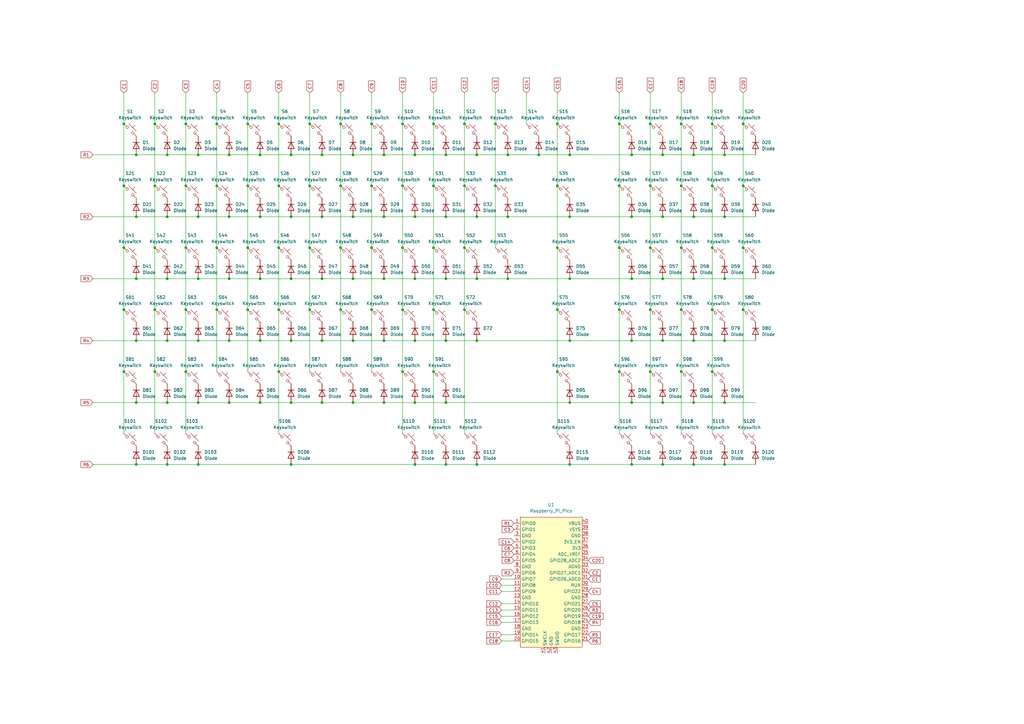
<source format=kicad_sch>
(kicad_sch (version 20250114) (generator "eeschema") (generator_version "9.0")
  (paper "A3")
  (junction (at 165.1 50.8))
  (junction (at 292.1 152.4))
  (junction (at 106.68 139.7))
  (junction (at 76.2 101.6))
  (junction (at 132.08 165.1))
  (junction (at 144.78 139.7))
  (junction (at 63.5 127))
  (junction (at 119.38 63.5))
  (junction (at 271.78 114.3))
  (junction (at 220.98 63.5))
  (junction (at 182.88 63.5))
  (junction (at 106.68 114.3))
  (junction (at 254 101.6))
  (junction (at 304.8 76.2))
  (junction (at 195.58 114.3))
  (junction (at 81.28 190.5))
  (junction (at 228.6 152.4))
  (junction (at 76.2 152.4))
  (junction (at 190.5 127))
  (junction (at 101.6 101.6))
  (junction (at 292.1 127))
  (junction (at 101.6 127))
  (junction (at 152.4 127))
  (junction (at 152.4 50.8))
  (junction (at 93.98 165.1))
  (junction (at 106.68 63.5))
  (junction (at 50.8 50.8))
  (junction (at 266.7 127))
  (junction (at 304.8 127))
  (junction (at 203.2 50.8))
  (junction (at 139.7 76.2))
  (junction (at 182.88 139.7))
  (junction (at 208.28 63.5))
  (junction (at 68.58 114.3))
  (junction (at 304.8 50.8))
  (junction (at 68.58 165.1))
  (junction (at 55.88 165.1))
  (junction (at 284.48 190.5))
  (junction (at 297.18 88.9))
  (junction (at 127 76.2))
  (junction (at 88.9 76.2))
  (junction (at 266.7 101.6))
  (junction (at 152.4 101.6))
  (junction (at 284.48 63.5))
  (junction (at 114.3 101.6))
  (junction (at 233.68 63.5))
  (junction (at 50.8 152.4))
  (junction (at 165.1 101.6))
  (junction (at 157.48 88.9))
  (junction (at 139.7 50.8))
  (junction (at 177.8 76.2))
  (junction (at 190.5 101.6))
  (junction (at 182.88 165.1))
  (junction (at 170.18 114.3))
  (junction (at 182.88 190.5))
  (junction (at 119.38 88.9))
  (junction (at 93.98 139.7))
  (junction (at 55.88 114.3))
  (junction (at 93.98 88.9))
  (junction (at 68.58 190.5))
  (junction (at 266.7 76.2))
  (junction (at 259.08 139.7))
  (junction (at 279.4 50.8))
  (junction (at 297.18 63.5))
  (junction (at 76.2 50.8))
  (junction (at 119.38 165.1))
  (junction (at 259.08 63.5))
  (junction (at 114.3 152.4))
  (junction (at 279.4 127))
  (junction (at 271.78 190.5))
  (junction (at 119.38 139.7))
  (junction (at 93.98 114.3))
  (junction (at 157.48 139.7))
  (junction (at 165.1 127))
  (junction (at 55.88 190.5))
  (junction (at 165.1 76.2))
  (junction (at 157.48 165.1))
  (junction (at 88.9 50.8))
  (junction (at 233.68 165.1))
  (junction (at 208.28 88.9))
  (junction (at 190.5 76.2))
  (junction (at 68.58 139.7))
  (junction (at 233.68 190.5))
  (junction (at 68.58 63.5))
  (junction (at 63.5 76.2))
  (junction (at 106.68 165.1))
  (junction (at 259.08 114.3))
  (junction (at 76.2 127))
  (junction (at 228.6 127))
  (junction (at 132.08 63.5))
  (junction (at 119.38 190.5))
  (junction (at 50.8 101.6))
  (junction (at 132.08 114.3))
  (junction (at 266.7 152.4))
  (junction (at 279.4 76.2))
  (junction (at 50.8 127))
  (junction (at 182.88 114.3))
  (junction (at 177.8 50.8))
  (junction (at 254 50.8))
  (junction (at 203.2 76.2))
  (junction (at 144.78 63.5))
  (junction (at 139.7 101.6))
  (junction (at 284.48 114.3))
  (junction (at 279.4 152.4))
  (junction (at 195.58 139.7))
  (junction (at 81.28 114.3))
  (junction (at 144.78 114.3))
  (junction (at 292.1 101.6))
  (junction (at 279.4 101.6))
  (junction (at 233.68 139.7))
  (junction (at 144.78 88.9))
  (junction (at 177.8 127))
  (junction (at 114.3 76.2))
  (junction (at 170.18 190.5))
  (junction (at 208.28 114.3))
  (junction (at 132.08 139.7))
  (junction (at 152.4 76.2))
  (junction (at 144.78 165.1))
  (junction (at 259.08 165.1))
  (junction (at 195.58 63.5))
  (junction (at 233.68 88.9))
  (junction (at 63.5 101.6))
  (junction (at 233.68 114.3))
  (junction (at 55.88 88.9))
  (junction (at 228.6 50.8))
  (junction (at 292.1 50.8))
  (junction (at 81.28 139.7))
  (junction (at 81.28 88.9))
  (junction (at 88.9 127))
  (junction (at 292.1 76.2))
  (junction (at 284.48 139.7))
  (junction (at 127 127))
  (junction (at 55.88 63.5))
  (junction (at 259.08 190.5))
  (junction (at 170.18 139.7))
  (junction (at 165.1 152.4))
  (junction (at 170.18 63.5))
  (junction (at 297.18 139.7))
  (junction (at 297.18 114.3))
  (junction (at 114.3 127))
  (junction (at 195.58 190.5))
  (junction (at 55.88 139.7))
  (junction (at 88.9 101.6))
  (junction (at 266.7 50.8))
  (junction (at 127 50.8))
  (junction (at 170.18 88.9))
  (junction (at 93.98 63.5))
  (junction (at 101.6 76.2))
  (junction (at 157.48 114.3))
  (junction (at 114.3 50.8))
  (junction (at 68.58 88.9))
  (junction (at 297.18 165.1))
  (junction (at 284.48 165.1))
  (junction (at 157.48 63.5))
  (junction (at 271.78 139.7))
  (junction (at 271.78 63.5))
  (junction (at 106.68 88.9))
  (junction (at 304.8 101.6))
  (junction (at 132.08 88.9))
  (junction (at 177.8 101.6))
  (junction (at 81.28 165.1))
  (junction (at 228.6 101.6))
  (junction (at 170.18 165.1))
  (junction (at 254 152.4))
  (junction (at 76.2 76.2))
  (junction (at 190.5 50.8))
  (junction (at 50.8 76.2))
  (junction (at 259.08 88.9))
  (junction (at 101.6 50.8))
  (junction (at 271.78 88.9))
  (junction (at 119.38 114.3))
  (junction (at 254 76.2))
  (junction (at 81.28 63.5))
  (junction (at 127 101.6))
  (junction (at 177.8 152.4))
  (junction (at 228.6 76.2))
  (junction (at 63.5 50.8))
  (junction (at 63.5 152.4))
  (junction (at 195.58 88.9))
  (junction (at 284.48 88.9))
  (junction (at 139.7 127))
  (junction (at 271.78 165.1))
  (junction (at 182.88 88.9))
  (junction (at 297.18 190.5))
  (junction (at 254 127))
  (wire (pts (xy 190.5 127) (xy 190.5 177.8)))
  (wire (pts (xy 177.8 38.1) (xy 177.8 50.8)))
  (wire (pts (xy 127 50.8) (xy 127 76.2)))
  (wire (pts (xy 259.08 190.5) (xy 271.78 190.5)))
  (wire (pts (xy 55.88 63.5) (xy 68.58 63.5)))
  (wire (pts (xy 170.18 190.5) (xy 182.88 190.5)))
  (wire (pts (xy 81.28 139.7) (xy 93.98 139.7)))
  (wire (pts (xy 88.9 76.2) (xy 88.9 101.6)))
  (wire (pts (xy 152.4 101.6) (xy 152.4 127)))
  (wire (pts (xy 170.18 165.1) (xy 182.88 165.1)))
  (wire (pts (xy 165.1 38.1) (xy 165.1 50.8)))
  (wire (pts (xy 254 38.1) (xy 254 50.8)))
  (wire (pts (xy 266.7 101.6) (xy 266.7 127)))
  (wire (pts (xy 38.1 114.3) (xy 55.88 114.3)))
  (wire (pts (xy 63.5 38.1) (xy 63.5 50.8)))
  (wire (pts (xy 157.48 114.3) (xy 170.18 114.3)))
  (wire (pts (xy 208.28 88.9) (xy 233.68 88.9)))
  (wire (pts (xy 195.58 114.3) (xy 208.28 114.3)))
  (wire (pts (xy 157.48 63.5) (xy 170.18 63.5)))
  (wire (pts (xy 297.18 63.5) (xy 309.88 63.5)))
  (wire (pts (xy 170.18 114.3) (xy 182.88 114.3)))
  (wire (pts (xy 205.74 240.03) (xy 210.82 240.03)))
  (wire (pts (xy 93.98 114.3) (xy 106.68 114.3)))
  (wire (pts (xy 254 101.6) (xy 254 127)))
  (wire (pts (xy 228.6 38.1) (xy 228.6 50.8)))
  (wire (pts (xy 119.38 88.9) (xy 132.08 88.9)))
  (wire (pts (xy 38.1 63.5) (xy 55.88 63.5)))
  (wire (pts (xy 101.6 127) (xy 101.6 152.4)))
  (wire (pts (xy 271.78 88.9) (xy 284.48 88.9)))
  (wire (pts (xy 233.68 88.9) (xy 259.08 88.9)))
  (wire (pts (xy 170.18 139.7) (xy 182.88 139.7)))
  (wire (pts (xy 88.9 50.8) (xy 88.9 76.2)))
  (wire (pts (xy 284.48 190.5) (xy 297.18 190.5)))
  (wire (pts (xy 182.88 139.7) (xy 195.58 139.7)))
  (wire (pts (xy 279.4 152.4) (xy 279.4 177.8)))
  (wire (pts (xy 50.8 101.6) (xy 50.8 127)))
  (wire (pts (xy 254 152.4) (xy 254 177.8)))
  (wire (pts (xy 228.6 76.2) (xy 228.6 101.6)))
  (wire (pts (xy 233.68 114.3) (xy 259.08 114.3)))
  (wire (pts (xy 114.3 38.1) (xy 114.3 50.8)))
  (wire (pts (xy 106.68 63.5) (xy 119.38 63.5)))
  (wire (pts (xy 205.74 250.19) (xy 210.82 250.19)))
  (wire (pts (xy 165.1 127) (xy 165.1 152.4)))
  (wire (pts (xy 254 127) (xy 254 152.4)))
  (wire (pts (xy 38.1 190.5) (xy 55.88 190.5)))
  (wire (pts (xy 279.4 38.1) (xy 279.4 50.8)))
  (wire (pts (xy 259.08 88.9) (xy 271.78 88.9)))
  (wire (pts (xy 297.18 190.5) (xy 309.88 190.5)))
  (wire (pts (xy 228.6 152.4) (xy 228.6 177.8)))
  (wire (pts (xy 55.88 190.5) (xy 68.58 190.5)))
  (wire (pts (xy 254 50.8) (xy 254 76.2)))
  (wire (pts (xy 292.1 152.4) (xy 292.1 177.8)))
  (wire (pts (xy 297.18 114.3) (xy 309.88 114.3)))
  (wire (pts (xy 304.8 50.8) (xy 304.8 76.2)))
  (wire (pts (xy 114.3 76.2) (xy 114.3 101.6)))
  (wire (pts (xy 279.4 50.8) (xy 279.4 76.2)))
  (wire (pts (xy 271.78 63.5) (xy 284.48 63.5)))
  (wire (pts (xy 152.4 38.1) (xy 152.4 50.8)))
  (wire (pts (xy 266.7 152.4) (xy 266.7 177.8)))
  (wire (pts (xy 266.7 38.1) (xy 266.7 50.8)))
  (wire (pts (xy 177.8 101.6) (xy 177.8 127)))
  (wire (pts (xy 76.2 38.1) (xy 76.2 50.8)))
  (wire (pts (xy 157.48 88.9) (xy 170.18 88.9)))
  (wire (pts (xy 63.5 127) (xy 63.5 152.4)))
  (wire (pts (xy 68.58 63.5) (xy 81.28 63.5)))
  (wire (pts (xy 279.4 127) (xy 279.4 152.4)))
  (wire (pts (xy 144.78 139.7) (xy 157.48 139.7)))
  (wire (pts (xy 93.98 165.1) (xy 106.68 165.1)))
  (wire (pts (xy 55.88 165.1) (xy 68.58 165.1)))
  (wire (pts (xy 132.08 63.5) (xy 144.78 63.5)))
  (wire (pts (xy 177.8 127) (xy 177.8 152.4)))
  (wire (pts (xy 205.74 237.49) (xy 210.82 237.49)))
  (wire (pts (xy 271.78 165.1) (xy 284.48 165.1)))
  (wire (pts (xy 101.6 38.1) (xy 101.6 50.8)))
  (wire (pts (xy 68.58 139.7) (xy 81.28 139.7)))
  (wire (pts (xy 205.74 262.89) (xy 210.82 262.89)))
  (wire (pts (xy 114.3 152.4) (xy 114.3 177.8)))
  (wire (pts (xy 292.1 38.1) (xy 292.1 50.8)))
  (wire (pts (xy 157.48 165.1) (xy 170.18 165.1)))
  (wire (pts (xy 266.7 50.8) (xy 266.7 76.2)))
  (wire (pts (xy 101.6 76.2) (xy 101.6 101.6)))
  (wire (pts (xy 233.68 63.5) (xy 259.08 63.5)))
  (wire (pts (xy 195.58 139.7) (xy 233.68 139.7)))
  (wire (pts (xy 203.2 50.8) (xy 203.2 76.2)))
  (wire (pts (xy 50.8 76.2) (xy 50.8 101.6)))
  (wire (pts (xy 259.08 139.7) (xy 271.78 139.7)))
  (wire (pts (xy 114.3 127) (xy 114.3 152.4)))
  (wire (pts (xy 205.74 260.35) (xy 210.82 260.35)))
  (wire (pts (xy 68.58 114.3) (xy 81.28 114.3)))
  (wire (pts (xy 127 127) (xy 127 152.4)))
  (wire (pts (xy 279.4 76.2) (xy 279.4 101.6)))
  (wire (pts (xy 208.28 63.5) (xy 220.98 63.5)))
  (wire (pts (xy 132.08 88.9) (xy 144.78 88.9)))
  (wire (pts (xy 233.68 190.5) (xy 259.08 190.5)))
  (wire (pts (xy 139.7 50.8) (xy 139.7 76.2)))
  (wire (pts (xy 271.78 114.3) (xy 284.48 114.3)))
  (wire (pts (xy 139.7 38.1) (xy 139.7 50.8)))
  (wire (pts (xy 68.58 190.5) (xy 81.28 190.5)))
  (wire (pts (xy 182.88 165.1) (xy 233.68 165.1)))
  (wire (pts (xy 101.6 101.6) (xy 101.6 127)))
  (wire (pts (xy 190.5 38.1) (xy 190.5 50.8)))
  (wire (pts (xy 139.7 127) (xy 139.7 152.4)))
  (wire (pts (xy 76.2 76.2) (xy 76.2 101.6)))
  (wire (pts (xy 119.38 165.1) (xy 132.08 165.1)))
  (wire (pts (xy 93.98 139.7) (xy 106.68 139.7)))
  (wire (pts (xy 279.4 101.6) (xy 279.4 127)))
  (wire (pts (xy 190.5 50.8) (xy 190.5 76.2)))
  (wire (pts (xy 119.38 63.5) (xy 132.08 63.5)))
  (wire (pts (xy 119.38 190.5) (xy 170.18 190.5)))
  (wire (pts (xy 165.1 152.4) (xy 165.1 177.8)))
  (wire (pts (xy 127 101.6) (xy 127 127)))
  (wire (pts (xy 203.2 38.1) (xy 203.2 50.8)))
  (wire (pts (xy 101.6 50.8) (xy 101.6 76.2)))
  (wire (pts (xy 139.7 101.6) (xy 139.7 127)))
  (wire (pts (xy 50.8 127) (xy 50.8 152.4)))
  (wire (pts (xy 139.7 76.2) (xy 139.7 101.6)))
  (wire (pts (xy 233.68 165.1) (xy 259.08 165.1)))
  (wire (pts (xy 170.18 63.5) (xy 182.88 63.5)))
  (wire (pts (xy 63.5 76.2) (xy 63.5 101.6)))
  (wire (pts (xy 177.8 152.4) (xy 177.8 177.8)))
  (wire (pts (xy 55.88 139.7) (xy 68.58 139.7)))
  (wire (pts (xy 292.1 101.6) (xy 292.1 127)))
  (wire (pts (xy 220.98 63.5) (xy 233.68 63.5)))
  (wire (pts (xy 132.08 114.3) (xy 144.78 114.3)))
  (wire (pts (xy 177.8 76.2) (xy 177.8 101.6)))
  (wire (pts (xy 76.2 152.4) (xy 76.2 177.8)))
  (wire (pts (xy 297.18 88.9) (xy 309.88 88.9)))
  (wire (pts (xy 93.98 88.9) (xy 106.68 88.9)))
  (wire (pts (xy 170.18 88.9) (xy 182.88 88.9)))
  (wire (pts (xy 195.58 63.5) (xy 208.28 63.5)))
  (wire (pts (xy 144.78 63.5) (xy 157.48 63.5)))
  (wire (pts (xy 259.08 114.3) (xy 271.78 114.3)))
  (wire (pts (xy 152.4 76.2) (xy 152.4 101.6)))
  (wire (pts (xy 119.38 114.3) (xy 132.08 114.3)))
  (wire (pts (xy 254 76.2) (xy 254 101.6)))
  (wire (pts (xy 76.2 101.6) (xy 76.2 127)))
  (wire (pts (xy 266.7 127) (xy 266.7 152.4)))
  (wire (pts (xy 297.18 165.1) (xy 309.88 165.1)))
  (wire (pts (xy 76.2 127) (xy 76.2 152.4)))
  (wire (pts (xy 119.38 139.7) (xy 132.08 139.7)))
  (wire (pts (xy 205.74 247.65) (xy 210.82 247.65)))
  (wire (pts (xy 63.5 50.8) (xy 63.5 76.2)))
  (wire (pts (xy 259.08 165.1) (xy 271.78 165.1)))
  (wire (pts (xy 190.5 76.2) (xy 190.5 101.6)))
  (wire (pts (xy 205.74 255.27) (xy 210.82 255.27)))
  (wire (pts (xy 50.8 50.8) (xy 50.8 76.2)))
  (wire (pts (xy 68.58 165.1) (xy 81.28 165.1)))
  (wire (pts (xy 106.68 165.1) (xy 119.38 165.1)))
  (wire (pts (xy 284.48 139.7) (xy 297.18 139.7)))
  (wire (pts (xy 304.8 38.1) (xy 304.8 50.8)))
  (wire (pts (xy 292.1 76.2) (xy 292.1 101.6)))
  (wire (pts (xy 165.1 50.8) (xy 165.1 76.2)))
  (wire (pts (xy 233.68 139.7) (xy 259.08 139.7)))
  (wire (pts (xy 182.88 190.5) (xy 195.58 190.5)))
  (wire (pts (xy 50.8 152.4) (xy 50.8 177.8)))
  (wire (pts (xy 203.2 76.2) (xy 203.2 101.6)))
  (wire (pts (xy 284.48 63.5) (xy 297.18 63.5)))
  (wire (pts (xy 127 38.1) (xy 127 50.8)))
  (wire (pts (xy 81.28 190.5) (xy 119.38 190.5)))
  (wire (pts (xy 114.3 50.8) (xy 114.3 76.2)))
  (wire (pts (xy 152.4 50.8) (xy 152.4 76.2)))
  (wire (pts (xy 208.28 114.3) (xy 233.68 114.3)))
  (wire (pts (xy 182.88 88.9) (xy 195.58 88.9)))
  (wire (pts (xy 106.68 114.3) (xy 119.38 114.3)))
  (wire (pts (xy 127 76.2) (xy 127 101.6)))
  (wire (pts (xy 81.28 63.5) (xy 93.98 63.5)))
  (wire (pts (xy 284.48 114.3) (xy 297.18 114.3)))
  (wire (pts (xy 284.48 88.9) (xy 297.18 88.9)))
  (wire (pts (xy 50.8 38.1) (xy 50.8 50.8)))
  (wire (pts (xy 205.74 252.73) (xy 210.82 252.73)))
  (wire (pts (xy 132.08 165.1) (xy 144.78 165.1)))
  (wire (pts (xy 292.1 50.8) (xy 292.1 76.2)))
  (wire (pts (xy 106.68 88.9) (xy 119.38 88.9)))
  (wire (pts (xy 63.5 101.6) (xy 63.5 127)))
  (wire (pts (xy 157.48 139.7) (xy 170.18 139.7)))
  (wire (pts (xy 195.58 88.9) (xy 208.28 88.9)))
  (wire (pts (xy 81.28 114.3) (xy 93.98 114.3)))
  (wire (pts (xy 76.2 50.8) (xy 76.2 76.2)))
  (wire (pts (xy 266.7 76.2) (xy 266.7 101.6)))
  (wire (pts (xy 190.5 101.6) (xy 190.5 127)))
  (wire (pts (xy 228.6 127) (xy 228.6 152.4)))
  (wire (pts (xy 93.98 63.5) (xy 106.68 63.5)))
  (wire (pts (xy 195.58 190.5) (xy 233.68 190.5)))
  (wire (pts (xy 81.28 88.9) (xy 93.98 88.9)))
  (wire (pts (xy 165.1 101.6) (xy 165.1 127)))
  (wire (pts (xy 297.18 139.7) (xy 309.88 139.7)))
  (wire (pts (xy 38.1 88.9) (xy 55.88 88.9)))
  (wire (pts (xy 177.8 50.8) (xy 177.8 76.2)))
  (wire (pts (xy 38.1 165.1) (xy 55.88 165.1)))
  (wire (pts (xy 144.78 114.3) (xy 157.48 114.3)))
  (wire (pts (xy 114.3 101.6) (xy 114.3 127)))
  (wire (pts (xy 304.8 76.2) (xy 304.8 101.6)))
  (wire (pts (xy 88.9 38.1) (xy 88.9 50.8)))
  (wire (pts (xy 55.88 88.9) (xy 68.58 88.9)))
  (wire (pts (xy 304.8 101.6) (xy 304.8 127)))
  (wire (pts (xy 205.74 242.57) (xy 210.82 242.57)))
  (wire (pts (xy 55.88 114.3) (xy 68.58 114.3)))
  (wire (pts (xy 182.88 114.3) (xy 195.58 114.3)))
  (wire (pts (xy 88.9 101.6) (xy 88.9 127)))
  (wire (pts (xy 165.1 76.2) (xy 165.1 101.6)))
  (wire (pts (xy 182.88 63.5) (xy 195.58 63.5)))
  (wire (pts (xy 81.28 165.1) (xy 93.98 165.1)))
  (wire (pts (xy 68.58 88.9) (xy 81.28 88.9)))
  (wire (pts (xy 215.9 38.1) (xy 215.9 50.8)))
  (wire (pts (xy 271.78 190.5) (xy 284.48 190.5)))
  (wire (pts (xy 132.08 139.7) (xy 144.78 139.7)))
  (wire (pts (xy 292.1 127) (xy 292.1 152.4)))
  (wire (pts (xy 63.5 152.4) (xy 63.5 177.8)))
  (wire (pts (xy 271.78 139.7) (xy 284.48 139.7)))
  (wire (pts (xy 144.78 165.1) (xy 157.48 165.1)))
  (wire (pts (xy 106.68 139.7) (xy 119.38 139.7)))
  (wire (pts (xy 152.4 127) (xy 152.4 152.4)))
  (wire (pts (xy 144.78 88.9) (xy 157.48 88.9)))
  (wire (pts (xy 284.48 165.1) (xy 297.18 165.1)))
  (wire (pts (xy 228.6 101.6) (xy 228.6 127)))
  (wire (pts (xy 88.9 127) (xy 88.9 152.4)))
  (wire (pts (xy 304.8 127) (xy 304.8 177.8)))
  (wire (pts (xy 259.08 63.5) (xy 271.78 63.5)))
  (wire (pts (xy 228.6 50.8) (xy 228.6 76.2)))
  (wire (pts (xy 38.1 139.7) (xy 55.88 139.7)))
  (global_label "C2" (shape input) (at 241.3 234.95 0) (property "Intersheetrefs" "${INTERSHEET_REFS}" (effects (hide yes))))
  (global_label "C20" (shape input) (at 241.3 229.87 0) (property "Intersheetrefs" "${INTERSHEET_REFS}" (effects (hide yes))))
  (global_label "R4" (shape input) (at 38.1 139.7 180) (property "Intersheetrefs" "${INTERSHEET_REFS}" (effects (hide yes))))
  (global_label "C8" (shape input) (at 139.7 38.1 90) (property "Intersheetrefs" "${INTERSHEET_REFS}" (effects (hide yes))))
  (global_label "C2" (shape input) (at 63.5 38.1 90) (property "Intersheetrefs" "${INTERSHEET_REFS}" (effects (hide yes))))
  (global_label "C14" (shape input) (at 215.9 38.1 90) (property "Intersheetrefs" "${INTERSHEET_REFS}" (effects (hide yes))))
  (global_label "C9" (shape input) (at 152.4 38.1 90) (property "Intersheetrefs" "${INTERSHEET_REFS}" (effects (hide yes))))
  (global_label "C4" (shape input) (at 241.3 242.57 0) (property "Intersheetrefs" "${INTERSHEET_REFS}" (effects (hide yes))))
  (global_label "C3" (shape input) (at 210.82 217.17 180) (property "Intersheetrefs" "${INTERSHEET_REFS}" (effects (hide yes))))
  (global_label "R6" (shape input) (at 38.1 190.5 180) (property "Intersheetrefs" "${INTERSHEET_REFS}" (effects (hide yes))))
  (global_label "C5" (shape input) (at 101.6 38.1 90) (property "Intersheetrefs" "${INTERSHEET_REFS}" (effects (hide yes))))
  (global_label "R2" (shape input) (at 38.1 88.9 180) (property "Intersheetrefs" "${INTERSHEET_REFS}" (effects (hide yes))))
  (global_label "C19" (shape input) (at 292.1 38.1 90) (property "Intersheetrefs" "${INTERSHEET_REFS}" (effects (hide yes))))
  (global_label "R1" (shape input) (at 38.1 63.5 180) (property "Intersheetrefs" "${INTERSHEET_REFS}" (effects (hide yes))))
  (global_label "C7" (shape input) (at 127 38.1 90) (property "Intersheetrefs" "${INTERSHEET_REFS}" (effects (hide yes))))
  (global_label "C18" (shape input) (at 279.4 38.1 90) (property "Intersheetrefs" "${INTERSHEET_REFS}" (effects (hide yes))))
  (global_label "R3" (shape input) (at 38.1 114.3 180) (property "Intersheetrefs" "${INTERSHEET_REFS}" (effects (hide yes))))
  (global_label "C17" (shape input) (at 266.7 38.1 90) (property "Intersheetrefs" "${INTERSHEET_REFS}" (effects (hide yes))))
  (global_label "C17" (shape input) (at 205.74 260.35 180) (property "Intersheetrefs" "${INTERSHEET_REFS}" (effects (hide yes))))
  (global_label "R2" (shape input) (at 210.82 234.95 180) (property "Intersheetrefs" "${INTERSHEET_REFS}" (effects (hide yes))))
  (global_label "C12" (shape input) (at 190.5 38.1 90) (property "Intersheetrefs" "${INTERSHEET_REFS}" (effects (hide yes))))
  (global_label "R6" (shape input) (at 241.3 262.89 0) (property "Intersheetrefs" "${INTERSHEET_REFS}" (effects (hide yes))))
  (global_label "C6" (shape input) (at 210.82 224.79 180) (property "Intersheetrefs" "${INTERSHEET_REFS}" (effects (hide yes))))
  (global_label "C11" (shape input) (at 205.74 242.57 180) (property "Intersheetrefs" "${INTERSHEET_REFS}" (effects (hide yes))))
  (global_label "C5" (shape input) (at 241.3 247.65 0) (property "Intersheetrefs" "${INTERSHEET_REFS}" (effects (hide yes))))
  (global_label "C8" (shape input) (at 210.82 229.87 180) (property "Intersheetrefs" "${INTERSHEET_REFS}" (effects (hide yes))))
  (global_label "C4" (shape input) (at 88.9 38.1 90) (property "Intersheetrefs" "${INTERSHEET_REFS}" (effects (hide yes))))
  (global_label "C3" (shape input) (at 76.2 38.1 90) (property "Intersheetrefs" "${INTERSHEET_REFS}" (effects (hide yes))))
  (global_label "C6" (shape input) (at 114.3 38.1 90) (property "Intersheetrefs" "${INTERSHEET_REFS}" (effects (hide yes))))
  (global_label "C16" (shape input) (at 254 38.1 90) (property "Intersheetrefs" "${INTERSHEET_REFS}" (effects (hide yes))))
  (global_label "C19" (shape input) (at 241.3 252.73 0) (property "Intersheetrefs" "${INTERSHEET_REFS}" (effects (hide yes))))
  (global_label "C14" (shape input) (at 210.82 222.25 180) (property "Intersheetrefs" "${INTERSHEET_REFS}" (effects (hide yes))))
  (global_label "C12" (shape input) (at 205.74 247.65 180) (property "Intersheetrefs" "${INTERSHEET_REFS}" (effects (hide yes))))
  (global_label "C16" (shape input) (at 205.74 255.27 180) (property "Intersheetrefs" "${INTERSHEET_REFS}" (effects (hide yes))))
  (global_label "C20" (shape input) (at 304.8 38.1 90) (property "Intersheetrefs" "${INTERSHEET_REFS}" (effects (hide yes))))
  (global_label "R4" (shape input) (at 241.3 255.27 0) (property "Intersheetrefs" "${INTERSHEET_REFS}" (effects (hide yes))))
  (global_label "C15" (shape input) (at 228.6 38.1 90) (property "Intersheetrefs" "${INTERSHEET_REFS}" (effects (hide yes))))
  (global_label "R1" (shape input) (at 210.82 214.63 180) (property "Intersheetrefs" "${INTERSHEET_REFS}" (effects (hide yes))))
  (global_label "C7" (shape input) (at 210.82 227.33 180) (property "Intersheetrefs" "${INTERSHEET_REFS}" (effects (hide yes))))
  (global_label "C1" (shape input) (at 241.3 237.49 0) (property "Intersheetrefs" "${INTERSHEET_REFS}" (effects (hide yes))))
  (global_label "C11" (shape input) (at 177.8 38.1 90) (property "Intersheetrefs" "${INTERSHEET_REFS}" (effects (hide yes))))
  (global_label "R5" (shape input) (at 38.1 165.1 180) (property "Intersheetrefs" "${INTERSHEET_REFS}" (effects (hide yes))))
  (global_label "C13" (shape input) (at 203.2 38.1 90) (property "Intersheetrefs" "${INTERSHEET_REFS}" (effects (hide yes))))
  (global_label "C15" (shape input) (at 205.74 252.73 180) (property "Intersheetrefs" "${INTERSHEET_REFS}" (effects (hide yes))))
  (global_label "C10" (shape input) (at 205.74 240.03 180) (property "Intersheetrefs" "${INTERSHEET_REFS}" (effects (hide yes))))
  (global_label "C9" (shape input) (at 205.74 237.49 180) (property "Intersheetrefs" "${INTERSHEET_REFS}" (effects (hide yes))))
  (global_label "R3" (shape input) (at 241.3 250.19 0) (property "Intersheetrefs" "${INTERSHEET_REFS}" (effects (hide yes))))
  (global_label "C13" (shape input) (at 205.74 250.19 180) (property "Intersheetrefs" "${INTERSHEET_REFS}" (effects (hide yes))))
  (global_label "C1" (shape input) (at 50.8 38.1 90) (property "Intersheetrefs" "${INTERSHEET_REFS}" (effects (hide yes))))
  (global_label "R5" (shape input) (at 241.3 260.35 0) (property "Intersheetrefs" "${INTERSHEET_REFS}" (effects (hide yes))))
  (global_label "C18" (shape input) (at 205.74 262.89 180) (property "Intersheetrefs" "${INTERSHEET_REFS}" (effects (hide yes))))
  (global_label "C10" (shape input) (at 165.1 38.1 90) (property "Intersheetrefs" "${INTERSHEET_REFS}" (effects (hide yes))))
  (symbol (lib_id "ScottoKeebs:Placeholder_Keyswitch") (at 142.24 53.34 0) (unit 1)
    (property "Reference" "S8" (at 142.24 45.72 0))
    (property "Value" "Keyswitch" (at 142.24 48.26 0))
    (property "Footprint" "PCM_Switch_Keyboard_Cherry_MX:SW_Cherry_MX_PCB_1.00u" (effects (hide yes)))
    (property "Description" "Push button switch, normally open, two pins, 45° tilted" (effects (hide yes)))
  )
  (symbol (lib_id "ScottoKeebs:Placeholder_Diode") (at 182.88 59.69 270) (unit 1)
    (property "Reference" "D11" (at 185.42 58.4199 90) (effects (justify left)))
    (property "Value" "Diode" (at 185.42 60.9599 90) (effects (justify left)))
    (property "Footprint" "Diode_THT:D_DO-35_SOD27_P7.62mm_Horizontal" (effects (hide yes)))
    (property "Description" "1N4148 (DO-35) or 1N4148W (SOD-123)" (effects (hide yes)))
    (property "Sim.Device" "D" (effects (hide yes)))
    (property "Sim.Pins" "1=K 2=A" (effects (hide yes)))
  )
  (symbol (lib_id "ScottoKeebs:Placeholder_Keyswitch") (at 129.54 78.74 0) (unit 1)
    (property "Reference" "S27" (at 129.54 71.12 0))
    (property "Value" "Keyswitch" (at 129.54 73.66 0))
    (property "Footprint" "PCM_Switch_Keyboard_Cherry_MX:SW_Cherry_MX_PCB_1.00u" (effects (hide yes)))
    (property "Description" "Push button switch, normally open, two pins, 45° tilted" (effects (hide yes)))
  )
  (symbol (lib_id "ScottoKeebs:Placeholder_Keyswitch") (at 154.94 104.14 0) (unit 1)
    (property "Reference" "S49" (at 154.94 96.52 0))
    (property "Value" "Keyswitch" (at 154.94 99.06 0))
    (property "Footprint" "PCM_Switch_Keyboard_Cherry_MX:SW_Cherry_MX_PCB_1.00u" (effects (hide yes)))
    (property "Description" "Push button switch, normally open, two pins, 45° tilted" (effects (hide yes)))
  )
  (symbol (lib_id "ScottoKeebs:Placeholder_Keyswitch") (at 269.24 53.34 0) (unit 1)
    (property "Reference" "S17" (at 269.24 45.72 0))
    (property "Value" "Keyswitch" (at 269.24 48.26 0))
    (property "Footprint" "PCM_Switch_Keyboard_Cherry_MX:SW_Cherry_MX_PCB_1.00u" (effects (hide yes)))
    (property "Description" "Push button switch, normally open, two pins, 45° tilted" (effects (hide yes)))
  )
  (symbol (lib_id "ScottoKeebs:Placeholder_Diode") (at 81.28 135.89 270) (unit 1)
    (property "Reference" "D63" (at 83.82 134.6199 90) (effects (justify left)))
    (property "Value" "Diode" (at 83.82 137.1599 90) (effects (justify left)))
    (property "Footprint" "Diode_THT:D_DO-35_SOD27_P7.62mm_Horizontal" (effects (hide yes)))
    (property "Description" "1N4148 (DO-35) or 1N4148W (SOD-123)" (effects (hide yes)))
    (property "Sim.Device" "D" (effects (hide yes)))
    (property "Sim.Pins" "1=K 2=A" (effects (hide yes)))
  )
  (symbol (lib_id "ScottoKeebs:Placeholder_Keyswitch") (at 294.64 53.34 0) (unit 1)
    (property "Reference" "S19" (at 294.64 45.72 0))
    (property "Value" "Keyswitch" (at 294.64 48.26 0))
    (property "Footprint" "PCM_Switch_Keyboard_Cherry_MX:SW_Cherry_MX_PCB_1.00u" (effects (hide yes)))
    (property "Description" "Push button switch, normally open, two pins, 45° tilted" (effects (hide yes)))
  )
  (symbol (lib_id "ScottoKeebs:Placeholder_Diode") (at 68.58 59.69 270) (unit 1)
    (property "Reference" "D2" (at 71.12 58.4199 90) (effects (justify left)))
    (property "Value" "Diode" (at 71.12 60.9599 90) (effects (justify left)))
    (property "Footprint" "Diode_THT:D_DO-35_SOD27_P7.62mm_Horizontal" (effects (hide yes)))
    (property "Description" "1N4148 (DO-35) or 1N4148W (SOD-123)" (effects (hide yes)))
    (property "Sim.Device" "D" (effects (hide yes)))
    (property "Sim.Pins" "1=K 2=A" (effects (hide yes)))
  )
  (symbol (lib_id "ScottoKeebs:Placeholder_Diode") (at 170.18 59.69 270) (unit 1)
    (property "Reference" "D10" (at 172.72 58.4199 90) (effects (justify left)))
    (property "Value" "Diode" (at 172.72 60.9599 90) (effects (justify left)))
    (property "Footprint" "Diode_THT:D_DO-35_SOD27_P7.62mm_Horizontal" (effects (hide yes)))
    (property "Description" "1N4148 (DO-35) or 1N4148W (SOD-123)" (effects (hide yes)))
    (property "Sim.Device" "D" (effects (hide yes)))
    (property "Sim.Pins" "1=K 2=A" (effects (hide yes)))
  )
  (symbol (lib_id "ScottoKeebs:Placeholder_Keyswitch") (at 218.44 53.34 0) (unit 1)
    (property "Reference" "S14" (at 218.44 45.72 0))
    (property "Value" "Keyswitch" (at 218.44 48.26 0))
    (property "Footprint" "PCM_Switch_Keyboard_Cherry_MX:SW_Cherry_MX_PCB_1.00u" (effects (hide yes)))
    (property "Description" "Push button switch, normally open, two pins, 45° tilted" (effects (hide yes)))
  )
  (symbol (lib_id "ScottoKeebs:Placeholder_Diode") (at 297.18 85.09 270) (unit 1)
    (property "Reference" "D39" (at 299.72 83.8199 90) (effects (justify left)))
    (property "Value" "Diode" (at 299.72 86.3599 90) (effects (justify left)))
    (property "Footprint" "Diode_THT:D_DO-35_SOD27_P7.62mm_Horizontal" (effects (hide yes)))
    (property "Description" "1N4148 (DO-35) or 1N4148W (SOD-123)" (effects (hide yes)))
    (property "Sim.Device" "D" (effects (hide yes)))
    (property "Sim.Pins" "1=K 2=A" (effects (hide yes)))
  )
  (symbol (lib_id "ScottoKeebs:Placeholder_Diode") (at 309.88 59.69 270) (unit 1)
    (property "Reference" "D20" (at 312.42 58.4199 90) (effects (justify left)))
    (property "Value" "Diode" (at 312.42 60.9599 90) (effects (justify left)))
    (property "Footprint" "Diode_THT:D_DO-35_SOD27_P7.62mm_Horizontal" (effects (hide yes)))
    (property "Description" "1N4148 (DO-35) or 1N4148W (SOD-123)" (effects (hide yes)))
    (property "Sim.Device" "D" (effects (hide yes)))
    (property "Sim.Pins" "1=K 2=A" (effects (hide yes)))
  )
  (symbol (lib_id "ScottoKeebs:Placeholder_Keyswitch") (at 142.24 104.14 0) (unit 1)
    (property "Reference" "S48" (at 142.24 96.52 0))
    (property "Value" "Keyswitch" (at 142.24 99.06 0))
    (property "Footprint" "PCM_Switch_Keyboard_Cherry_MX:SW_Cherry_MX_PCB_1.00u" (effects (hide yes)))
    (property "Description" "Push button switch, normally open, two pins, 45° tilted" (effects (hide yes)))
  )
  (symbol (lib_id "ScottoKeebs:Placeholder_Keyswitch") (at 104.14 53.34 0) (unit 1)
    (property "Reference" "S5" (at 104.14 45.72 0))
    (property "Value" "Keyswitch" (at 104.14 48.26 0))
    (property "Footprint" "PCM_Switch_Keyboard_Cherry_MX:SW_Cherry_MX_PCB_1.00u" (effects (hide yes)))
    (property "Description" "Push button switch, normally open, two pins, 45° tilted" (effects (hide yes)))
  )
  (symbol (lib_id "ScottoKeebs:Placeholder_Keyswitch") (at 104.14 104.14 0) (unit 1)
    (property "Reference" "S45" (at 104.14 96.52 0))
    (property "Value" "Keyswitch" (at 104.14 99.06 0))
    (property "Footprint" "PCM_Switch_Keyboard_Cherry_MX:SW_Cherry_MX_PCB_1.00u" (effects (hide yes)))
    (property "Description" "Push button switch, normally open, two pins, 45° tilted" (effects (hide yes)))
  )
  (symbol (lib_id "ScottoKeebs:Placeholder_Keyswitch") (at 180.34 180.34 0) (unit 1)
    (property "Reference" "S111" (at 180.34 172.72 0))
    (property "Value" "Keyswitch" (at 180.34 175.26 0))
    (property "Footprint" "PCM_Switch_Keyboard_Cherry_MX:SW_Cherry_MX_PCB_1.00u" (effects (hide yes)))
    (property "Description" "Push button switch, normally open, two pins, 45° tilted" (effects (hide yes)))
  )
  (symbol (lib_id "ScottoKeebs:Placeholder_Diode") (at 55.88 85.09 270) (unit 1)
    (property "Reference" "D21" (at 58.42 83.8199 90) (effects (justify left)))
    (property "Value" "Diode" (at 58.42 86.3599 90) (effects (justify left)))
    (property "Footprint" "Diode_THT:D_DO-35_SOD27_P7.62mm_Horizontal" (effects (hide yes)))
    (property "Description" "1N4148 (DO-35) or 1N4148W (SOD-123)" (effects (hide yes)))
    (property "Sim.Device" "D" (effects (hide yes)))
    (property "Sim.Pins" "1=K 2=A" (effects (hide yes)))
  )
  (symbol (lib_id "ScottoKeebs:Placeholder_Keyswitch") (at 281.94 180.34 0) (unit 1)
    (property "Reference" "S118" (at 281.94 172.72 0))
    (property "Value" "Keyswitch" (at 281.94 175.26 0))
    (property "Footprint" "PCM_Switch_Keyboard_Cherry_MX:SW_Cherry_MX_PCB_1.00u" (effects (hide yes)))
    (property "Description" "Push button switch, normally open, two pins, 45° tilted" (effects (hide yes)))
  )
  (symbol (lib_id "ScottoKeebs:Placeholder_Keyswitch") (at 116.84 104.14 0) (unit 1)
    (property "Reference" "S46" (at 116.84 96.52 0))
    (property "Value" "Keyswitch" (at 116.84 99.06 0))
    (property "Footprint" "PCM_Switch_Keyboard_Cherry_MX:SW_Cherry_MX_PCB_1.00u" (effects (hide yes)))
    (property "Description" "Push button switch, normally open, two pins, 45° tilted" (effects (hide yes)))
  )
  (symbol (lib_id "ScottoKeebs:Placeholder_Diode") (at 68.58 161.29 270) (unit 1)
    (property "Reference" "D82" (at 71.12 160.0199 90) (effects (justify left)))
    (property "Value" "Diode" (at 71.12 162.5599 90) (effects (justify left)))
    (property "Footprint" "Diode_THT:D_DO-35_SOD27_P7.62mm_Horizontal" (effects (hide yes)))
    (property "Description" "1N4148 (DO-35) or 1N4148W (SOD-123)" (effects (hide yes)))
    (property "Sim.Device" "D" (effects (hide yes)))
    (property "Sim.Pins" "1=K 2=A" (effects (hide yes)))
  )
  (symbol (lib_id "ScottoKeebs:Placeholder_Diode") (at 182.88 85.09 270) (unit 1)
    (property "Reference" "D31" (at 185.42 83.8199 90) (effects (justify left)))
    (property "Value" "Diode" (at 185.42 86.3599 90) (effects (justify left)))
    (property "Footprint" "Diode_THT:D_DO-35_SOD27_P7.62mm_Horizontal" (effects (hide yes)))
    (property "Description" "1N4148 (DO-35) or 1N4148W (SOD-123)" (effects (hide yes)))
    (property "Sim.Device" "D" (effects (hide yes)))
    (property "Sim.Pins" "1=K 2=A" (effects (hide yes)))
  )
  (symbol (lib_id "ScottoKeebs:Placeholder_Diode") (at 144.78 135.89 270) (unit 1)
    (property "Reference" "D68" (at 147.32 134.6199 90) (effects (justify left)))
    (property "Value" "Diode" (at 147.32 137.1599 90) (effects (justify left)))
    (property "Footprint" "Diode_THT:D_DO-35_SOD27_P7.62mm_Horizontal" (effects (hide yes)))
    (property "Description" "1N4148 (DO-35) or 1N4148W (SOD-123)" (effects (hide yes)))
    (property "Sim.Device" "D" (effects (hide yes)))
    (property "Sim.Pins" "1=K 2=A" (effects (hide yes)))
  )
  (symbol (lib_id "ScottoKeebs:Placeholder_Diode") (at 208.28 59.69 270) (unit 1)
    (property "Reference" "D13" (at 210.82 58.4199 90) (effects (justify left)))
    (property "Value" "Diode" (at 210.82 60.9599 90) (effects (justify left)))
    (property "Footprint" "Diode_THT:D_DO-35_SOD27_P7.62mm_Horizontal" (effects (hide yes)))
    (property "Description" "1N4148 (DO-35) or 1N4148W (SOD-123)" (effects (hide yes)))
    (property "Sim.Device" "D" (effects (hide yes)))
    (property "Sim.Pins" "1=K 2=A" (effects (hide yes)))
  )
  (symbol (lib_id "ScottoKeebs:Placeholder_Keyswitch") (at 231.14 180.34 0) (unit 1)
    (property "Reference" "S115" (at 231.14 172.72 0))
    (property "Value" "Keyswitch" (at 231.14 175.26 0))
    (property "Footprint" "PCM_Switch_Keyboard_Cherry_MX:SW_Cherry_MX_PCB_1.00u" (effects (hide yes)))
    (property "Description" "Push button switch, normally open, two pins, 45° tilted" (effects (hide yes)))
  )
  (symbol (lib_id "ScottoKeebs:Placeholder_Diode") (at 144.78 110.49 270) (unit 1)
    (property "Reference" "D48" (at 147.32 109.2199 90) (effects (justify left)))
    (property "Value" "Diode" (at 147.32 111.7599 90) (effects (justify left)))
    (property "Footprint" "Diode_THT:D_DO-35_SOD27_P7.62mm_Horizontal" (effects (hide yes)))
    (property "Description" "1N4148 (DO-35) or 1N4148W (SOD-123)" (effects (hide yes)))
    (property "Sim.Device" "D" (effects (hide yes)))
    (property "Sim.Pins" "1=K 2=A" (effects (hide yes)))
  )
  (symbol (lib_id "ScottoKeebs:Placeholder_Keyswitch") (at 53.34 78.74 0) (unit 1)
    (property "Reference" "S21" (at 53.34 71.12 0))
    (property "Value" "Keyswitch" (at 53.34 73.66 0))
    (property "Footprint" "PCM_Switch_Keyboard_Cherry_MX:SW_Cherry_MX_PCB_1.00u" (effects (hide yes)))
    (property "Description" "Push button switch, normally open, two pins, 45° tilted" (effects (hide yes)))
  )
  (symbol (lib_id "ScottoKeebs:Placeholder_Diode") (at 132.08 161.29 270) (unit 1)
    (property "Reference" "D87" (at 134.62 160.0199 90) (effects (justify left)))
    (property "Value" "Diode" (at 134.62 162.5599 90) (effects (justify left)))
    (property "Footprint" "Diode_THT:D_DO-35_SOD27_P7.62mm_Horizontal" (effects (hide yes)))
    (property "Description" "1N4148 (DO-35) or 1N4148W (SOD-123)" (effects (hide yes)))
    (property "Sim.Device" "D" (effects (hide yes)))
    (property "Sim.Pins" "1=K 2=A" (effects (hide yes)))
  )
  (symbol (lib_id "ScottoKeebs:Placeholder_Keyswitch") (at 66.04 53.34 0) (unit 1)
    (property "Reference" "S2" (at 66.04 45.72 0))
    (property "Value" "Keyswitch" (at 66.04 48.26 0))
    (property "Footprint" "PCM_Switch_Keyboard_Cherry_MX:SW_Cherry_MX_PCB_1.00u" (effects (hide yes)))
    (property "Description" "Push button switch, normally open, two pins, 45° tilted" (effects (hide yes)))
  )
  (symbol (lib_id "ScottoKeebs:Placeholder_Diode") (at 297.18 110.49 270) (unit 1)
    (property "Reference" "D59" (at 299.72 109.2199 90) (effects (justify left)))
    (property "Value" "Diode" (at 299.72 111.7599 90) (effects (justify left)))
    (property "Footprint" "Diode_THT:D_DO-35_SOD27_P7.62mm_Horizontal" (effects (hide yes)))
    (property "Description" "1N4148 (DO-35) or 1N4148W (SOD-123)" (effects (hide yes)))
    (property "Sim.Device" "D" (effects (hide yes)))
    (property "Sim.Pins" "1=K 2=A" (effects (hide yes)))
  )
  (symbol (lib_id "ScottoKeebs:Placeholder_Diode") (at 106.68 110.49 270) (unit 1)
    (property "Reference" "D45" (at 109.22 109.2199 90) (effects (justify left)))
    (property "Value" "Diode" (at 109.22 111.7599 90) (effects (justify left)))
    (property "Footprint" "Diode_THT:D_DO-35_SOD27_P7.62mm_Horizontal" (effects (hide yes)))
    (property "Description" "1N4148 (DO-35) or 1N4148W (SOD-123)" (effects (hide yes)))
    (property "Sim.Device" "D" (effects (hide yes)))
    (property "Sim.Pins" "1=K 2=A" (effects (hide yes)))
  )
  (symbol (lib_id "ScottoKeebs:Placeholder_Keyswitch") (at 193.04 53.34 0) (unit 1)
    (property "Reference" "S12" (at 193.04 45.72 0))
    (property "Value" "Keyswitch" (at 193.04 48.26 0))
    (property "Footprint" "PCM_Switch_Keyboard_Cherry_MX:SW_Cherry_MX_PCB_1.00u" (effects (hide yes)))
    (property "Description" "Push button switch, normally open, two pins, 45° tilted" (effects (hide yes)))
  )
  (symbol (lib_id "ScottoKeebs:Placeholder_Keyswitch") (at 91.44 78.74 0) (unit 1)
    (property "Reference" "S24" (at 91.44 71.12 0))
    (property "Value" "Keyswitch" (at 91.44 73.66 0))
    (property "Footprint" "PCM_Switch_Keyboard_Cherry_MX:SW_Cherry_MX_PCB_1.00u" (effects (hide yes)))
    (property "Description" "Push button switch, normally open, two pins, 45° tilted" (effects (hide yes)))
  )
  (symbol (lib_id "ScottoKeebs:Placeholder_Diode") (at 271.78 161.29 270) (unit 1)
    (property "Reference" "D97" (at 274.32 160.0199 90) (effects (justify left)))
    (property "Value" "Diode" (at 274.32 162.5599 90) (effects (justify left)))
    (property "Footprint" "Diode_THT:D_DO-35_SOD27_P7.62mm_Horizontal" (effects (hide yes)))
    (property "Description" "1N4148 (DO-35) or 1N4148W (SOD-123)" (effects (hide yes)))
    (property "Sim.Device" "D" (effects (hide yes)))
    (property "Sim.Pins" "1=K 2=A" (effects (hide yes)))
  )
  (symbol (lib_id "ScottoKeebs:Placeholder_Keyswitch") (at 167.64 78.74 0) (unit 1)
    (property "Reference" "S30" (at 167.64 71.12 0))
    (property "Value" "Keyswitch" (at 167.64 73.66 0))
    (property "Footprint" "PCM_Switch_Keyboard_Cherry_MX:SW_Cherry_MX_PCB_1.00u" (effects (hide yes)))
    (property "Description" "Push button switch, normally open, two pins, 45° tilted" (effects (hide yes)))
  )
  (symbol (lib_id "ScottoKeebs:Placeholder_Keyswitch") (at 104.14 78.74 0) (unit 1)
    (property "Reference" "S25" (at 104.14 71.12 0))
    (property "Value" "Keyswitch" (at 104.14 73.66 0))
    (property "Footprint" "PCM_Switch_Keyboard_Cherry_MX:SW_Cherry_MX_PCB_1.00u" (effects (hide yes)))
    (property "Description" "Push button switch, normally open, two pins, 45° tilted" (effects (hide yes)))
  )
  (symbol (lib_id "ScottoKeebs:Placeholder_Keyswitch") (at 116.84 154.94 0) (unit 1)
    (property "Reference" "S86" (at 116.84 147.32 0))
    (property "Value" "Keyswitch" (at 116.84 149.86 0))
    (property "Footprint" "PCM_Switch_Keyboard_Cherry_MX:SW_Cherry_MX_PCB_1.00u" (effects (hide yes)))
    (property "Description" "Push button switch, normally open, two pins, 45° tilted" (effects (hide yes)))
  )
  (symbol (lib_id "ScottoKeebs:Placeholder_Diode") (at 220.98 59.69 270) (unit 1)
    (property "Reference" "D14" (at 223.52 58.4199 90) (effects (justify left)))
    (property "Value" "Diode" (at 223.52 60.9599 90) (effects (justify left)))
    (property "Footprint" "Diode_THT:D_DO-35_SOD27_P7.62mm_Horizontal" (effects (hide yes)))
    (property "Description" "1N4148 (DO-35) or 1N4148W (SOD-123)" (effects (hide yes)))
    (property "Sim.Device" "D" (effects (hide yes)))
    (property "Sim.Pins" "1=K 2=A" (effects (hide yes)))
  )
  (symbol (lib_id "ScottoKeebs:Placeholder_Keyswitch") (at 281.94 154.94 0) (unit 1)
    (property "Reference" "S98" (at 281.94 147.32 0))
    (property "Value" "Keyswitch" (at 281.94 149.86 0))
    (property "Footprint" "PCM_Switch_Keyboard_Cherry_MX:SW_Cherry_MX_PCB_1.00u" (effects (hide yes)))
    (property "Description" "Push button switch, normally open, two pins, 45° tilted" (effects (hide yes)))
  )
  (symbol (lib_id "ScottoKeebs:Placeholder_Keyswitch") (at 78.74 78.74 0) (unit 1)
    (property "Reference" "S23" (at 78.74 71.12 0))
    (property "Value" "Keyswitch" (at 78.74 73.66 0))
    (property "Footprint" "PCM_Switch_Keyboard_Cherry_MX:SW_Cherry_MX_PCB_1.00u" (effects (hide yes)))
    (property "Description" "Push button switch, normally open, two pins, 45° tilted" (effects (hide yes)))
  )
  (symbol (lib_id "ScottoKeebs:Placeholder_Keyswitch") (at 231.14 129.54 0) (unit 1)
    (property "Reference" "S75" (at 231.14 121.92 0))
    (property "Value" "Keyswitch" (at 231.14 124.46 0))
    (property "Footprint" "PCM_Switch_Keyboard_Cherry_MX:SW_Cherry_MX_PCB_1.00u" (effects (hide yes)))
    (property "Description" "Push button switch, normally open, two pins, 45° tilted" (effects (hide yes)))
  )
  (symbol (lib_id "ScottoKeebs:Placeholder_Keyswitch") (at 231.14 104.14 0) (unit 1)
    (property "Reference" "S55" (at 231.14 96.52 0))
    (property "Value" "Keyswitch" (at 231.14 99.06 0))
    (property "Footprint" "PCM_Switch_Keyboard_Cherry_MX:SW_Cherry_MX_PCB_1.00u" (effects (hide yes)))
    (property "Description" "Push button switch, normally open, two pins, 45° tilted" (effects (hide yes)))
  )
  (symbol (lib_id "ScottoKeebs:Placeholder_Keyswitch") (at 294.64 154.94 0) (unit 1)
    (property "Reference" "S99" (at 294.64 147.32 0))
    (property "Value" "Keyswitch" (at 294.64 149.86 0))
    (property "Footprint" "PCM_Switch_Keyboard_Cherry_MX:SW_Cherry_MX_PCB_1.00u" (effects (hide yes)))
    (property "Description" "Push button switch, normally open, two pins, 45° tilted" (effects (hide yes)))
  )
  (symbol (lib_id "ScottoKeebs:Placeholder_Diode") (at 132.08 59.69 270) (unit 1)
    (property "Reference" "D7" (at 134.62 58.4199 90) (effects (justify left)))
    (property "Value" "Diode" (at 134.62 60.9599 90) (effects (justify left)))
    (property "Footprint" "Diode_THT:D_DO-35_SOD27_P7.62mm_Horizontal" (effects (hide yes)))
    (property "Description" "1N4148 (DO-35) or 1N4148W (SOD-123)" (effects (hide yes)))
    (property "Sim.Device" "D" (effects (hide yes)))
    (property "Sim.Pins" "1=K 2=A" (effects (hide yes)))
  )
  (symbol (lib_id "ScottoKeebs:Placeholder_Keyswitch") (at 269.24 78.74 0) (unit 1)
    (property "Reference" "S37" (at 269.24 71.12 0))
    (property "Value" "Keyswitch" (at 269.24 73.66 0))
    (property "Footprint" "PCM_Switch_Keyboard_Cherry_MX:SW_Cherry_MX_PCB_1.00u" (effects (hide yes)))
    (property "Description" "Push button switch, normally open, two pins, 45° tilted" (effects (hide yes)))
  )
  (symbol (lib_id "ScottoKeebs:Placeholder_Diode") (at 271.78 110.49 270) (unit 1)
    (property "Reference" "D57" (at 274.32 109.2199 90) (effects (justify left)))
    (property "Value" "Diode" (at 274.32 111.7599 90) (effects (justify left)))
    (property "Footprint" "Diode_THT:D_DO-35_SOD27_P7.62mm_Horizontal" (effects (hide yes)))
    (property "Description" "1N4148 (DO-35) or 1N4148W (SOD-123)" (effects (hide yes)))
    (property "Sim.Device" "D" (effects (hide yes)))
    (property "Sim.Pins" "1=K 2=A" (effects (hide yes)))
  )
  (symbol (lib_id "ScottoKeebs:Placeholder_Diode") (at 170.18 161.29 270) (unit 1)
    (property "Reference" "D90" (at 172.72 160.0199 90) (effects (justify left)))
    (property "Value" "Diode" (at 172.72 162.5599 90) (effects (justify left)))
    (property "Footprint" "Diode_THT:D_DO-35_SOD27_P7.62mm_Horizontal" (effects (hide yes)))
    (property "Description" "1N4148 (DO-35) or 1N4148W (SOD-123)" (effects (hide yes)))
    (property "Sim.Device" "D" (effects (hide yes)))
    (property "Sim.Pins" "1=K 2=A" (effects (hide yes)))
  )
  (symbol (lib_id "ScottoKeebs:Placeholder_Diode") (at 182.88 161.29 270) (unit 1)
    (property "Reference" "D91" (at 185.42 160.0199 90) (effects (justify left)))
    (property "Value" "Diode" (at 185.42 162.5599 90) (effects (justify left)))
    (property "Footprint" "Diode_THT:D_DO-35_SOD27_P7.62mm_Horizontal" (effects (hide yes)))
    (property "Description" "1N4148 (DO-35) or 1N4148W (SOD-123)" (effects (hide yes)))
    (property "Sim.Device" "D" (effects (hide yes)))
    (property "Sim.Pins" "1=K 2=A" (effects (hide yes)))
  )
  (symbol (lib_id "ScottoKeebs:Placeholder_Keyswitch") (at 269.24 180.34 0) (unit 1)
    (property "Reference" "S117" (at 269.24 172.72 0))
    (property "Value" "Keyswitch" (at 269.24 175.26 0))
    (property "Footprint" "PCM_Switch_Keyboard_Cherry_MX:SW_Cherry_MX_PCB_1.00u" (effects (hide yes)))
    (property "Description" "Push button switch, normally open, two pins, 45° tilted" (effects (hide yes)))
  )
  (symbol (lib_id "ScottoKeebs:Placeholder_Keyswitch") (at 231.14 78.74 0) (unit 1)
    (property "Reference" "S35" (at 231.14 71.12 0))
    (property "Value" "Keyswitch" (at 231.14 73.66 0))
    (property "Footprint" "PCM_Switch_Keyboard_Cherry_MX:SW_Cherry_MX_PCB_1.00u" (effects (hide yes)))
    (property "Description" "Push button switch, normally open, two pins, 45° tilted" (effects (hide yes)))
  )
  (symbol (lib_id "ScottoKeebs:Placeholder_Keyswitch") (at 53.34 104.14 0) (unit 1)
    (property "Reference" "S41" (at 53.34 96.52 0))
    (property "Value" "Keyswitch" (at 53.34 99.06 0))
    (property "Footprint" "PCM_Switch_Keyboard_Cherry_MX:SW_Cherry_MX_PCB_1.00u" (effects (hide yes)))
    (property "Description" "Push button switch, normally open, two pins, 45° tilted" (effects (hide yes)))
  )
  (symbol (lib_id "ScottoKeebs:Placeholder_Keyswitch") (at 116.84 180.34 0) (unit 1)
    (property "Reference" "S106" (at 116.84 172.72 0))
    (property "Value" "Keyswitch" (at 116.84 175.26 0))
    (property "Footprint" "PCM_Switch_Keyboard_Cherry_MX:SW_Cherry_MX_PCB_1.00u" (effects (hide yes)))
    (property "Description" "Push button switch, normally open, two pins, 45° tilted" (effects (hide yes)))
  )
  (symbol (lib_id "ScottoKeebs:Placeholder_Keyswitch") (at 256.54 78.74 0) (unit 1)
    (property "Reference" "S36" (at 256.54 71.12 0))
    (property "Value" "Keyswitch" (at 256.54 73.66 0))
    (property "Footprint" "PCM_Switch_Keyboard_Cherry_MX:SW_Cherry_MX_PCB_1.00u" (effects (hide yes)))
    (property "Description" "Push button switch, normally open, two pins, 45° tilted" (effects (hide yes)))
  )
  (symbol (lib_id "ScottoKeebs:Placeholder_Diode") (at 208.28 85.09 270) (unit 1)
    (property "Reference" "D33" (at 210.82 83.8199 90) (effects (justify left)))
    (property "Value" "Diode" (at 210.82 86.3599 90) (effects (justify left)))
    (property "Footprint" "Diode_THT:D_DO-35_SOD27_P7.62mm_Horizontal" (effects (hide yes)))
    (property "Description" "1N4148 (DO-35) or 1N4148W (SOD-123)" (effects (hide yes)))
    (property "Sim.Device" "D" (effects (hide yes)))
    (property "Sim.Pins" "1=K 2=A" (effects (hide yes)))
  )
  (symbol (lib_id "ScottoKeebs:Placeholder_Keyswitch") (at 142.24 154.94 0) (unit 1)
    (property "Reference" "S88" (at 142.24 147.32 0))
    (property "Value" "Keyswitch" (at 142.24 149.86 0))
    (property "Footprint" "PCM_Switch_Keyboard_Cherry_MX:SW_Cherry_MX_PCB_1.00u" (effects (hide yes)))
    (property "Description" "Push button switch, normally open, two pins, 45° tilted" (effects (hide yes)))
  )
  (symbol (lib_id "ScottoKeebs:Placeholder_Diode") (at 297.18 161.29 270) (unit 1)
    (property "Reference" "D99" (at 299.72 160.0199 90) (effects (justify left)))
    (property "Value" "Diode" (at 299.72 162.5599 90) (effects (justify left)))
    (property "Footprint" "Diode_THT:D_DO-35_SOD27_P7.62mm_Horizontal" (effects (hide yes)))
    (property "Description" "1N4148 (DO-35) or 1N4148W (SOD-123)" (effects (hide yes)))
    (property "Sim.Device" "D" (effects (hide yes)))
    (property "Sim.Pins" "1=K 2=A" (effects (hide yes)))
  )
  (symbol (lib_id "ScottoKeebs:Placeholder_Keyswitch") (at 180.34 129.54 0) (unit 1)
    (property "Reference" "S71" (at 180.34 121.92 0))
    (property "Value" "Keyswitch" (at 180.34 124.46 0))
    (property "Footprint" "PCM_Switch_Keyboard_Cherry_MX:SW_Cherry_MX_PCB_1.00u" (effects (hide yes)))
    (property "Description" "Push button switch, normally open, two pins, 45° tilted" (effects (hide yes)))
  )
  (symbol (lib_id "ScottoKeebs:Placeholder_Keyswitch") (at 193.04 78.74 0) (unit 1)
    (property "Reference" "S32" (at 193.04 71.12 0))
    (property "Value" "Keyswitch" (at 193.04 73.66 0))
    (property "Footprint" "PCM_Switch_Keyboard_Cherry_MX:SW_Cherry_MX_PCB_1.00u" (effects (hide yes)))
    (property "Description" "Push button switch, normally open, two pins, 45° tilted" (effects (hide yes)))
  )
  (symbol (lib_id "ScottoKeebs:Placeholder_Diode") (at 93.98 85.09 270) (unit 1)
    (property "Reference" "D24" (at 96.52 83.8199 90) (effects (justify left)))
    (property "Value" "Diode" (at 96.52 86.3599 90) (effects (justify left)))
    (property "Footprint" "Diode_THT:D_DO-35_SOD27_P7.62mm_Horizontal" (effects (hide yes)))
    (property "Description" "1N4148 (DO-35) or 1N4148W (SOD-123)" (effects (hide yes)))
    (property "Sim.Device" "D" (effects (hide yes)))
    (property "Sim.Pins" "1=K 2=A" (effects (hide yes)))
  )
  (symbol (lib_id "ScottoKeebs:Placeholder_Diode") (at 284.48 161.29 270) (unit 1)
    (property "Reference" "D98" (at 287.02 160.0199 90) (effects (justify left)))
    (property "Value" "Diode" (at 287.02 162.5599 90) (effects (justify left)))
    (property "Footprint" "Diode_THT:D_DO-35_SOD27_P7.62mm_Horizontal" (effects (hide yes)))
    (property "Description" "1N4148 (DO-35) or 1N4148W (SOD-123)" (effects (hide yes)))
    (property "Sim.Device" "D" (effects (hide yes)))
    (property "Sim.Pins" "1=K 2=A" (effects (hide yes)))
  )
  (symbol (lib_id "ScottoKeebs:Placeholder_Diode") (at 259.08 110.49 270) (unit 1)
    (property "Reference" "D56" (at 261.62 109.2199 90) (effects (justify left)))
    (property "Value" "Diode" (at 261.62 111.7599 90) (effects (justify left)))
    (property "Footprint" "Diode_THT:D_DO-35_SOD27_P7.62mm_Horizontal" (effects (hide yes)))
    (property "Description" "1N4148 (DO-35) or 1N4148W (SOD-123)" (effects (hide yes)))
    (property "Sim.Device" "D" (effects (hide yes)))
    (property "Sim.Pins" "1=K 2=A" (effects (hide yes)))
  )
  (symbol (lib_id "ScottoKeebs:Placeholder_Keyswitch") (at 307.34 78.74 0) (unit 1)
    (property "Reference" "S40" (at 307.34 71.12 0))
    (property "Value" "Keyswitch" (at 307.34 73.66 0))
    (property "Footprint" "PCM_Switch_Keyboard_Cherry_MX:SW_Cherry_MX_PCB_1.00u" (effects (hide yes)))
    (property "Description" "Push button switch, normally open, two pins, 45° tilted" (effects (hide yes)))
  )
  (symbol (lib_id "ScottoKeebs:Placeholder_Keyswitch") (at 53.34 129.54 0) (unit 1)
    (property "Reference" "S61" (at 53.34 121.92 0))
    (property "Value" "Keyswitch" (at 53.34 124.46 0))
    (property "Footprint" "PCM_Switch_Keyboard_Cherry_MX:SW_Cherry_MX_PCB_1.00u" (effects (hide yes)))
    (property "Description" "Push button switch, normally open, two pins, 45° tilted" (effects (hide yes)))
  )
  (symbol (lib_id "ScottoKeebs:Placeholder_Diode") (at 55.88 186.69 270) (unit 1)
    (property "Reference" "D101" (at 58.42 185.4199 90) (effects (justify left)))
    (property "Value" "Diode" (at 58.42 187.9599 90) (effects (justify left)))
    (property "Footprint" "Diode_THT:D_DO-35_SOD27_P7.62mm_Horizontal" (effects (hide yes)))
    (property "Description" "1N4148 (DO-35) or 1N4148W (SOD-123)" (effects (hide yes)))
    (property "Sim.Device" "D" (effects (hide yes)))
    (property "Sim.Pins" "1=K 2=A" (effects (hide yes)))
  )
  (symbol (lib_id "ScottoKeebs:Placeholder_Diode") (at 55.88 161.29 270) (unit 1)
    (property "Reference" "D81" (at 58.42 160.0199 90) (effects (justify left)))
    (property "Value" "Diode" (at 58.42 162.5599 90) (effects (justify left)))
    (property "Footprint" "Diode_THT:D_DO-35_SOD27_P7.62mm_Horizontal" (effects (hide yes)))
    (property "Description" "1N4148 (DO-35) or 1N4148W (SOD-123)" (effects (hide yes)))
    (property "Sim.Device" "D" (effects (hide yes)))
    (property "Sim.Pins" "1=K 2=A" (effects (hide yes)))
  )
  (symbol (lib_id "ScottoKeebs:Placeholder_Diode") (at 271.78 85.09 270) (unit 1)
    (property "Reference" "D37" (at 274.32 83.8199 90) (effects (justify left)))
    (property "Value" "Diode" (at 274.32 86.3599 90) (effects (justify left)))
    (property "Footprint" "Diode_THT:D_DO-35_SOD27_P7.62mm_Horizontal" (effects (hide yes)))
    (property "Description" "1N4148 (DO-35) or 1N4148W (SOD-123)" (effects (hide yes)))
    (property "Sim.Device" "D" (effects (hide yes)))
    (property "Sim.Pins" "1=K 2=A" (effects (hide yes)))
  )
  (symbol (lib_id "ScottoKeebs:Placeholder_Diode") (at 271.78 135.89 270) (unit 1)
    (property "Reference" "D77" (at 274.32 134.6199 90) (effects (justify left)))
    (property "Value" "Diode" (at 274.32 137.1599 90) (effects (justify left)))
    (property "Footprint" "Diode_THT:D_DO-35_SOD27_P7.62mm_Horizontal" (effects (hide yes)))
    (property "Description" "1N4148 (DO-35) or 1N4148W (SOD-123)" (effects (hide yes)))
    (property "Sim.Device" "D" (effects (hide yes)))
    (property "Sim.Pins" "1=K 2=A" (effects (hide yes)))
  )
  (symbol (lib_id "ScottoKeebs:Placeholder_Keyswitch") (at 142.24 78.74 0) (unit 1)
    (property "Reference" "S28" (at 142.24 71.12 0))
    (property "Value" "Keyswitch" (at 142.24 73.66 0))
    (property "Footprint" "PCM_Switch_Keyboard_Cherry_MX:SW_Cherry_MX_PCB_1.00u" (effects (hide yes)))
    (property "Description" "Push button switch, normally open, two pins, 45° tilted" (effects (hide yes)))
  )
  (symbol (lib_id "ScottoKeebs:Placeholder_Diode") (at 233.68 161.29 270) (unit 1)
    (property "Reference" "D95" (at 236.22 160.0199 90) (effects (justify left)))
    (property "Value" "Diode" (at 236.22 162.5599 90) (effects (justify left)))
    (property "Footprint" "Diode_THT:D_DO-35_SOD27_P7.62mm_Horizontal" (effects (hide yes)))
    (property "Description" "1N4148 (DO-35) or 1N4148W (SOD-123)" (effects (hide yes)))
    (property "Sim.Device" "D" (effects (hide yes)))
    (property "Sim.Pins" "1=K 2=A" (effects (hide yes)))
  )
  (symbol (lib_id "ScottoKeebs:Placeholder_Diode") (at 157.48 110.49 270) (unit 1)
    (property "Reference" "D49" (at 160.02 109.2199 90) (effects (justify left)))
    (property "Value" "Diode" (at 160.02 111.7599 90) (effects (justify left)))
    (property "Footprint" "Diode_THT:D_DO-35_SOD27_P7.62mm_Horizontal" (effects (hide yes)))
    (property "Description" "1N4148 (DO-35) or 1N4148W (SOD-123)" (effects (hide yes)))
    (property "Sim.Device" "D" (effects (hide yes)))
    (property "Sim.Pins" "1=K 2=A" (effects (hide yes)))
  )
  (symbol (lib_id "ScottoKeebs:Placeholder_Keyswitch") (at 129.54 129.54 0) (unit 1)
    (property "Reference" "S67" (at 129.54 121.92 0))
    (property "Value" "Keyswitch" (at 129.54 124.46 0))
    (property "Footprint" "PCM_Switch_Keyboard_Cherry_MX:SW_Cherry_MX_PCB_1.00u" (effects (hide yes)))
    (property "Description" "Push button switch, normally open, two pins, 45° tilted" (effects (hide yes)))
  )
  (symbol (lib_id "ScottoKeebs:Placeholder_Diode") (at 309.88 85.09 270) (unit 1)
    (property "Reference" "D40" (at 312.42 83.8199 90) (effects (justify left)))
    (property "Value" "Diode" (at 312.42 86.3599 90) (effects (justify left)))
    (property "Footprint" "Diode_THT:D_DO-35_SOD27_P7.62mm_Horizontal" (effects (hide yes)))
    (property "Description" "1N4148 (DO-35) or 1N4148W (SOD-123)" (effects (hide yes)))
    (property "Sim.Device" "D" (effects (hide yes)))
    (property "Sim.Pins" "1=K 2=A" (effects (hide yes)))
  )
  (symbol (lib_id "ScottoKeebs:Placeholder_Diode") (at 271.78 186.69 270) (unit 1)
    (property "Reference" "D117" (at 274.32 185.4199 90) (effects (justify left)))
    (property "Value" "Diode" (at 274.32 187.9599 90) (effects (justify left)))
    (property "Footprint" "Diode_THT:D_DO-35_SOD27_P7.62mm_Horizontal" (effects (hide yes)))
    (property "Description" "1N4148 (DO-35) or 1N4148W (SOD-123)" (effects (hide yes)))
    (property "Sim.Device" "D" (effects (hide yes)))
    (property "Sim.Pins" "1=K 2=A" (effects (hide yes)))
  )
  (symbol (lib_id "ScottoKeebs:Placeholder_Keyswitch") (at 129.54 104.14 0) (unit 1)
    (property "Reference" "S47" (at 129.54 96.52 0))
    (property "Value" "Keyswitch" (at 129.54 99.06 0))
    (property "Footprint" "PCM_Switch_Keyboard_Cherry_MX:SW_Cherry_MX_PCB_1.00u" (effects (hide yes)))
    (property "Description" "Push button switch, normally open, two pins, 45° tilted" (effects (hide yes)))
  )
  (symbol (lib_id "ScottoKeebs:Placeholder_Keyswitch") (at 78.74 129.54 0) (unit 1)
    (property "Reference" "S63" (at 78.74 121.92 0))
    (property "Value" "Keyswitch" (at 78.74 124.46 0))
    (property "Footprint" "PCM_Switch_Keyboard_Cherry_MX:SW_Cherry_MX_PCB_1.00u" (effects (hide yes)))
    (property "Description" "Push button switch, normally open, two pins, 45° tilted" (effects (hide yes)))
  )
  (symbol (lib_id "ScottoKeebs:Placeholder_Diode") (at 157.48 59.69 270) (unit 1)
    (property "Reference" "D9" (at 160.02 58.4199 90) (effects (justify left)))
    (property "Value" "Diode" (at 160.02 60.9599 90) (effects (justify left)))
    (property "Footprint" "Diode_THT:D_DO-35_SOD27_P7.62mm_Horizontal" (effects (hide yes)))
    (property "Description" "1N4148 (DO-35) or 1N4148W (SOD-123)" (effects (hide yes)))
    (property "Sim.Device" "D" (effects (hide yes)))
    (property "Sim.Pins" "1=K 2=A" (effects (hide yes)))
  )
  (symbol (lib_id "ScottoKeebs:Placeholder_Diode") (at 81.28 59.69 270) (unit 1)
    (property "Reference" "D3" (at 83.82 58.4199 90) (effects (justify left)))
    (property "Value" "Diode" (at 83.82 60.9599 90) (effects (justify left)))
    (property "Footprint" "Diode_THT:D_DO-35_SOD27_P7.62mm_Horizontal" (effects (hide yes)))
    (property "Description" "1N4148 (DO-35) or 1N4148W (SOD-123)" (effects (hide yes)))
    (property "Sim.Device" "D" (effects (hide yes)))
    (property "Sim.Pins" "1=K 2=A" (effects (hide yes)))
  )
  (symbol (lib_id "ScottoKeebs:Placeholder_Diode") (at 284.48 135.89 270) (unit 1)
    (property "Reference" "D78" (at 287.02 134.6199 90) (effects (justify left)))
    (property "Value" "Diode" (at 287.02 137.1599 90) (effects (justify left)))
    (property "Footprint" "Diode_THT:D_DO-35_SOD27_P7.62mm_Horizontal" (effects (hide yes)))
    (property "Description" "1N4148 (DO-35) or 1N4148W (SOD-123)" (effects (hide yes)))
    (property "Sim.Device" "D" (effects (hide yes)))
    (property "Sim.Pins" "1=K 2=A" (effects (hide yes)))
  )
  (symbol (lib_id "ScottoKeebs:Placeholder_Diode") (at 68.58 135.89 270) (unit 1)
    (property "Reference" "D62" (at 71.12 134.6199 90) (effects (justify left)))
    (property "Value" "Diode" (at 71.12 137.1599 90) (effects (justify left)))
    (property "Footprint" "Diode_THT:D_DO-35_SOD27_P7.62mm_Horizontal" (effects (hide yes)))
    (property "Description" "1N4148 (DO-35) or 1N4148W (SOD-123)" (effects (hide yes)))
    (property "Sim.Device" "D" (effects (hide yes)))
    (property "Sim.Pins" "1=K 2=A" (effects (hide yes)))
  )
  (symbol (lib_id "ScottoKeebs:Placeholder_Keyswitch") (at 231.14 53.34 0) (unit 1)
    (property "Reference" "S15" (at 231.14 45.72 0))
    (property "Value" "Keyswitch" (at 231.14 48.26 0))
    (property "Footprint" "PCM_Switch_Keyboard_Cherry_MX:SW_Cherry_MX_PCB_1.00u" (effects (hide yes)))
    (property "Description" "Push button switch, normally open, two pins, 45° tilted" (effects (hide yes)))
  )
  (symbol (lib_id "ScottoKeebs:Placeholder_Diode") (at 157.48 135.89 270) (unit 1)
    (property "Reference" "D69" (at 160.02 134.6199 90) (effects (justify left)))
    (property "Value" "Diode" (at 160.02 137.1599 90) (effects (justify left)))
    (property "Footprint" "Diode_THT:D_DO-35_SOD27_P7.62mm_Horizontal" (effects (hide yes)))
    (property "Description" "1N4148 (DO-35) or 1N4148W (SOD-123)" (effects (hide yes)))
    (property "Sim.Device" "D" (effects (hide yes)))
    (property "Sim.Pins" "1=K 2=A" (effects (hide yes)))
  )
  (symbol (lib_id "ScottoKeebs:Placeholder_Diode") (at 259.08 161.29 270) (unit 1)
    (property "Reference" "D96" (at 261.62 160.0199 90) (effects (justify left)))
    (property "Value" "Diode" (at 261.62 162.5599 90) (effects (justify left)))
    (property "Footprint" "Diode_THT:D_DO-35_SOD27_P7.62mm_Horizontal" (effects (hide yes)))
    (property "Description" "1N4148 (DO-35) or 1N4148W (SOD-123)" (effects (hide yes)))
    (property "Sim.Device" "D" (effects (hide yes)))
    (property "Sim.Pins" "1=K 2=A" (effects (hide yes)))
  )
  (symbol (lib_id "ScottoKeebs:Placeholder_Keyswitch") (at 281.94 53.34 0) (unit 1)
    (property "Reference" "S18" (at 281.94 45.72 0))
    (property "Value" "Keyswitch" (at 281.94 48.26 0))
    (property "Footprint" "PCM_Switch_Keyboard_Cherry_MX:SW_Cherry_MX_PCB_1.00u" (effects (hide yes)))
    (property "Description" "Push button switch, normally open, two pins, 45° tilted" (effects (hide yes)))
  )
  (symbol (lib_id "ScottoKeebs:Placeholder_Diode") (at 233.68 59.69 270) (unit 1)
    (property "Reference" "D15" (at 236.22 58.4199 90) (effects (justify left)))
    (property "Value" "Diode" (at 236.22 60.9599 90) (effects (justify left)))
    (property "Footprint" "Diode_THT:D_DO-35_SOD27_P7.62mm_Horizontal" (effects (hide yes)))
    (property "Description" "1N4148 (DO-35) or 1N4148W (SOD-123)" (effects (hide yes)))
    (property "Sim.Device" "D" (effects (hide yes)))
    (property "Sim.Pins" "1=K 2=A" (effects (hide yes)))
  )
  (symbol (lib_id "ScottoKeebs:Placeholder_Diode") (at 106.68 85.09 270) (unit 1)
    (property "Reference" "D25" (at 109.22 83.8199 90) (effects (justify left)))
    (property "Value" "Diode" (at 109.22 86.3599 90) (effects (justify left)))
    (property "Footprint" "Diode_THT:D_DO-35_SOD27_P7.62mm_Horizontal" (effects (hide yes)))
    (property "Description" "1N4148 (DO-35) or 1N4148W (SOD-123)" (effects (hide yes)))
    (property "Sim.Device" "D" (effects (hide yes)))
    (property "Sim.Pins" "1=K 2=A" (effects (hide yes)))
  )
  (symbol (lib_id "ScottoKeebs:Placeholder_Keyswitch") (at 116.84 129.54 0) (unit 1)
    (property "Reference" "S66" (at 116.84 121.92 0))
    (property "Value" "Keyswitch" (at 116.84 124.46 0))
    (property "Footprint" "PCM_Switch_Keyboard_Cherry_MX:SW_Cherry_MX_PCB_1.00u" (effects (hide yes)))
    (property "Description" "Push button switch, normally open, two pins, 45° tilted" (effects (hide yes)))
  )
  (symbol (lib_id "ScottoKeebs:Placeholder_Keyswitch") (at 307.34 53.34 0) (unit 1)
    (property "Reference" "S20" (at 307.34 45.72 0))
    (property "Value" "Keyswitch" (at 307.34 48.26 0))
    (property "Footprint" "PCM_Switch_Keyboard_Cherry_MX:SW_Cherry_MX_PCB_1.00u" (effects (hide yes)))
    (property "Description" "Push button switch, normally open, two pins, 45° tilted" (effects (hide yes)))
  )
  (symbol (lib_id "ScottoKeebs:Placeholder_Diode") (at 144.78 59.69 270) (unit 1)
    (property "Reference" "D8" (at 147.32 58.4199 90) (effects (justify left)))
    (property "Value" "Diode" (at 147.32 60.9599 90) (effects (justify left)))
    (property "Footprint" "Diode_THT:D_DO-35_SOD27_P7.62mm_Horizontal" (effects (hide yes)))
    (property "Description" "1N4148 (DO-35) or 1N4148W (SOD-123)" (effects (hide yes)))
    (property "Sim.Device" "D" (effects (hide yes)))
    (property "Sim.Pins" "1=K 2=A" (effects (hide yes)))
  )
  (symbol (lib_id "ScottoKeebs:Placeholder_Diode") (at 259.08 186.69 270) (unit 1)
    (property "Reference" "D116" (at 261.62 185.4199 90) (effects (justify left)))
    (property "Value" "Diode" (at 261.62 187.9599 90) (effects (justify left)))
    (property "Footprint" "Diode_THT:D_DO-35_SOD27_P7.62mm_Horizontal" (effects (hide yes)))
    (property "Description" "1N4148 (DO-35) or 1N4148W (SOD-123)" (effects (hide yes)))
    (property "Sim.Device" "D" (effects (hide yes)))
    (property "Sim.Pins" "1=K 2=A" (effects (hide yes)))
  )
  (symbol (lib_id "ScottoKeebs:Placeholder_Diode") (at 55.88 110.49 270) (unit 1)
    (property "Reference" "D41" (at 58.42 109.2199 90) (effects (justify left)))
    (property "Value" "Diode" (at 58.42 111.7599 90) (effects (justify left)))
    (property "Footprint" "Diode_THT:D_DO-35_SOD27_P7.62mm_Horizontal" (effects (hide yes)))
    (property "Description" "1N4148 (DO-35) or 1N4148W (SOD-123)" (effects (hide yes)))
    (property "Sim.Device" "D" (effects (hide yes)))
    (property "Sim.Pins" "1=K 2=A" (effects (hide yes)))
  )
  (symbol (lib_id "ScottoKeebs:Placeholder_Keyswitch") (at 205.74 78.74 0) (unit 1)
    (property "Reference" "S33" (at 205.74 71.12 0))
    (property "Value" "Keyswitch" (at 205.74 73.66 0))
    (property "Footprint" "PCM_Switch_Keyboard_Cherry_MX:SW_Cherry_MX_PCB_1.00u" (effects (hide yes)))
    (property "Description" "Push button switch, normally open, two pins, 45° tilted" (effects (hide yes)))
  )
  (symbol (lib_id "ScottoKeebs:Placeholder_Keyswitch") (at 104.14 154.94 0) (unit 1)
    (property "Reference" "S85" (at 104.14 147.32 0))
    (property "Value" "Keyswitch" (at 104.14 149.86 0))
    (property "Footprint" "PCM_Switch_Keyboard_Cherry_MX:SW_Cherry_MX_PCB_1.00u" (effects (hide yes)))
    (property "Description" "Push button switch, normally open, two pins, 45° tilted" (effects (hide yes)))
  )
  (symbol (lib_id "ScottoKeebs:Placeholder_Diode") (at 170.18 135.89 270) (unit 1)
    (property "Reference" "D70" (at 172.72 134.6199 90) (effects (justify left)))
    (property "Value" "Diode" (at 172.72 137.1599 90) (effects (justify left)))
    (property "Footprint" "Diode_THT:D_DO-35_SOD27_P7.62mm_Horizontal" (effects (hide yes)))
    (property "Description" "1N4148 (DO-35) or 1N4148W (SOD-123)" (effects (hide yes)))
    (property "Sim.Device" "D" (effects (hide yes)))
    (property "Sim.Pins" "1=K 2=A" (effects (hide yes)))
  )
  (symbol (lib_id "ScottoKeebs:Placeholder_Keyswitch") (at 142.24 129.54 0) (unit 1)
    (property "Reference" "S68" (at 142.24 121.92 0))
    (property "Value" "Keyswitch" (at 142.24 124.46 0))
    (property "Footprint" "PCM_Switch_Keyboard_Cherry_MX:SW_Cherry_MX_PCB_1.00u" (effects (hide yes)))
    (property "Description" "Push button switch, normally open, two pins, 45° tilted" (effects (hide yes)))
  )
  (symbol (lib_id "ScottoKeebs:Placeholder_Diode") (at 284.48 59.69 270) (unit 1)
    (property "Reference" "D18" (at 287.02 58.4199 90) (effects (justify left)))
    (property "Value" "Diode" (at 287.02 60.9599 90) (effects (justify left)))
    (property "Footprint" "Diode_THT:D_DO-35_SOD27_P7.62mm_Horizontal" (effects (hide yes)))
    (property "Description" "1N4148 (DO-35) or 1N4148W (SOD-123)" (effects (hide yes)))
    (property "Sim.Device" "D" (effects (hide yes)))
    (property "Sim.Pins" "1=K 2=A" (effects (hide yes)))
  )
  (symbol (lib_id "ScottoKeebs:Placeholder_Diode") (at 119.38 110.49 270) (unit 1)
    (property "Reference" "D46" (at 121.92 109.2199 90) (effects (justify left)))
    (property "Value" "Diode" (at 121.92 111.7599 90) (effects (justify left)))
    (property "Footprint" "Diode_THT:D_DO-35_SOD27_P7.62mm_Horizontal" (effects (hide yes)))
    (property "Description" "1N4148 (DO-35) or 1N4148W (SOD-123)" (effects (hide yes)))
    (property "Sim.Device" "D" (effects (hide yes)))
    (property "Sim.Pins" "1=K 2=A" (effects (hide yes)))
  )
  (symbol (lib_id "ScottoKeebs:Placeholder_Diode") (at 81.28 161.29 270) (unit 1)
    (property "Reference" "D83" (at 83.82 160.0199 90) (effects (justify left)))
    (property "Value" "Diode" (at 83.82 162.5599 90) (effects (justify left)))
    (property "Footprint" "Diode_THT:D_DO-35_SOD27_P7.62mm_Horizontal" (effects (hide yes)))
    (property "Description" "1N4148 (DO-35) or 1N4148W (SOD-123)" (effects (hide yes)))
    (property "Sim.Device" "D" (effects (hide yes)))
    (property "Sim.Pins" "1=K 2=A" (effects (hide yes)))
  )
  (symbol (lib_id "ScottoKeebs:Placeholder_Diode") (at 68.58 85.09 270) (unit 1)
    (property "Reference" "D22" (at 71.12 83.8199 90) (effects (justify left)))
    (property "Value" "Diode" (at 71.12 86.3599 90) (effects (justify left)))
    (property "Footprint" "Diode_THT:D_DO-35_SOD27_P7.62mm_Horizontal" (effects (hide yes)))
    (property "Description" "1N4148 (DO-35) or 1N4148W (SOD-123)" (effects (hide yes)))
    (property "Sim.Device" "D" (effects (hide yes)))
    (property "Sim.Pins" "1=K 2=A" (effects (hide yes)))
  )
  (symbol (lib_id "ScottoKeebs:Placeholder_Diode") (at 195.58 110.49 270) (unit 1)
    (property "Reference" "D52" (at 198.12 109.2199 90) (effects (justify left)))
    (property "Value" "Diode" (at 198.12 111.7599 90) (effects (justify left)))
    (property "Footprint" "Diode_THT:D_DO-35_SOD27_P7.62mm_Horizontal" (effects (hide yes)))
    (property "Description" "1N4148 (DO-35) or 1N4148W (SOD-123)" (effects (hide yes)))
    (property "Sim.Device" "D" (effects (hide yes)))
    (property "Sim.Pins" "1=K 2=A" (effects (hide yes)))
  )
  (symbol (lib_id "ScottoKeebs:Placeholder_Diode") (at 284.48 110.49 270) (unit 1)
    (property "Reference" "D58" (at 287.02 109.2199 90) (effects (justify left)))
    (property "Value" "Diode" (at 287.02 111.7599 90) (effects (justify left)))
    (property "Footprint" "Diode_THT:D_DO-35_SOD27_P7.62mm_Horizontal" (effects (hide yes)))
    (property "Description" "1N4148 (DO-35) or 1N4148W (SOD-123)" (effects (hide yes)))
    (property "Sim.Device" "D" (effects (hide yes)))
    (property "Sim.Pins" "1=K 2=A" (effects (hide yes)))
  )
  (symbol (lib_id "ScottoKeebs:Placeholder_Diode") (at 297.18 186.69 270) (unit 1)
    (property "Reference" "D119" (at 299.72 185.4199 90) (effects (justify left)))
    (property "Value" "Diode" (at 299.72 187.9599 90) (effects (justify left)))
    (property "Footprint" "Diode_THT:D_DO-35_SOD27_P7.62mm_Horizontal" (effects (hide yes)))
    (property "Description" "1N4148 (DO-35) or 1N4148W (SOD-123)" (effects (hide yes)))
    (property "Sim.Device" "D" (effects (hide yes)))
    (property "Sim.Pins" "1=K 2=A" (effects (hide yes)))
  )
  (symbol (lib_id "ScottoKeebs:Placeholder_Diode") (at 132.08 85.09 270) (unit 1)
    (property "Reference" "D27" (at 134.62 83.8199 90) (effects (justify left)))
    (property "Value" "Diode" (at 134.62 86.3599 90) (effects (justify left)))
    (property "Footprint" "Diode_THT:D_DO-35_SOD27_P7.62mm_Horizontal" (effects (hide yes)))
    (property "Description" "1N4148 (DO-35) or 1N4148W (SOD-123)" (effects (hide yes)))
    (property "Sim.Device" "D" (effects (hide yes)))
    (property "Sim.Pins" "1=K 2=A" (effects (hide yes)))
  )
  (symbol (lib_id "ScottoKeebs:Placeholder_Diode") (at 182.88 135.89 270) (unit 1)
    (property "Reference" "D71" (at 185.42 134.6199 90) (effects (justify left)))
    (property "Value" "Diode" (at 185.42 137.1599 90) (effects (justify left)))
    (property "Footprint" "Diode_THT:D_DO-35_SOD27_P7.62mm_Horizontal" (effects (hide yes)))
    (property "Description" "1N4148 (DO-35) or 1N4148W (SOD-123)" (effects (hide yes)))
    (property "Sim.Device" "D" (effects (hide yes)))
    (property "Sim.Pins" "1=K 2=A" (effects (hide yes)))
  )
  (symbol (lib_id "ScottoKeebs:Placeholder_Keyswitch") (at 129.54 53.34 0) (unit 1)
    (property "Reference" "S7" (at 129.54 45.72 0))
    (property "Value" "Keyswitch" (at 129.54 48.26 0))
    (property "Footprint" "PCM_Switch_Keyboard_Cherry_MX:SW_Cherry_MX_PCB_1.00u" (effects (hide yes)))
    (property "Description" "Push button switch, normally open, two pins, 45° tilted" (effects (hide yes)))
  )
  (symbol (lib_id "ScottoKeebs:Placeholder_Diode") (at 182.88 110.49 270) (unit 1)
    (property "Reference" "D51" (at 185.42 109.2199 90) (effects (justify left)))
    (property "Value" "Diode" (at 185.42 111.7599 90) (effects (justify left)))
    (property "Footprint" "Diode_THT:D_DO-35_SOD27_P7.62mm_Horizontal" (effects (hide yes)))
    (property "Description" "1N4148 (DO-35) or 1N4148W (SOD-123)" (effects (hide yes)))
    (property "Sim.Device" "D" (effects (hide yes)))
    (property "Sim.Pins" "1=K 2=A" (effects (hide yes)))
  )
  (symbol (lib_id "ScottoKeebs:Placeholder_Keyswitch") (at 167.64 154.94 0) (unit 1)
    (property "Reference" "S90" (at 167.64 147.32 0))
    (property "Value" "Keyswitch" (at 167.64 149.86 0))
    (property "Footprint" "PCM_Switch_Keyboard_Cherry_MX:SW_Cherry_MX_PCB_1.00u" (effects (hide yes)))
    (property "Description" "Push button switch, normally open, two pins, 45° tilted" (effects (hide yes)))
  )
  (symbol (lib_id "ScottoKeebs:MCU_Raspberry_Pi_Pico") (at 226.06 238.76 0) (unit 1)
    (property "Reference" "U1" (at 226.06 207.01 0))
    (property "Value" "Raspberry_Pi_Pico" (at 226.06 209.55 0))
    (property "Footprint" "ScottoKeebs_MCU:Raspberry_Pi_Pico" (effects (hide yes)))
  )
  (symbol (lib_id "ScottoKeebs:Placeholder_Diode") (at 182.88 186.69 270) (unit 1)
    (property "Reference" "D111" (at 185.42 185.4199 90) (effects (justify left)))
    (property "Value" "Diode" (at 185.42 187.9599 90) (effects (justify left)))
    (property "Footprint" "Diode_THT:D_DO-35_SOD27_P7.62mm_Horizontal" (effects (hide yes)))
    (property "Description" "1N4148 (DO-35) or 1N4148W (SOD-123)" (effects (hide yes)))
    (property "Sim.Device" "D" (effects (hide yes)))
    (property "Sim.Pins" "1=K 2=A" (effects (hide yes)))
  )
  (symbol (lib_id "ScottoKeebs:Placeholder_Keyswitch") (at 307.34 104.14 0) (unit 1)
    (property "Reference" "S60" (at 307.34 96.52 0))
    (property "Value" "Keyswitch" (at 307.34 99.06 0))
    (property "Footprint" "PCM_Switch_Keyboard_Cherry_MX:SW_Cherry_MX_PCB_1.00u" (effects (hide yes)))
    (property "Description" "Push button switch, normally open, two pins, 45° tilted" (effects (hide yes)))
  )
  (symbol (lib_id "ScottoKeebs:Placeholder_Diode") (at 195.58 85.09 270) (unit 1)
    (property "Reference" "D32" (at 198.12 83.8199 90) (effects (justify left)))
    (property "Value" "Diode" (at 198.12 86.3599 90) (effects (justify left)))
    (property "Footprint" "Diode_THT:D_DO-35_SOD27_P7.62mm_Horizontal" (effects (hide yes)))
    (property "Description" "1N4148 (DO-35) or 1N4148W (SOD-123)" (effects (hide yes)))
    (property "Sim.Device" "D" (effects (hide yes)))
    (property "Sim.Pins" "1=K 2=A" (effects (hide yes)))
  )
  (symbol (lib_id "ScottoKeebs:Placeholder_Diode") (at 170.18 85.09 270) (unit 1)
    (property "Reference" "D30" (at 172.72 83.8199 90) (effects (justify left)))
    (property "Value" "Diode" (at 172.72 86.3599 90) (effects (justify left)))
    (property "Footprint" "Diode_THT:D_DO-35_SOD27_P7.62mm_Horizontal" (effects (hide yes)))
    (property "Description" "1N4148 (DO-35) or 1N4148W (SOD-123)" (effects (hide yes)))
    (property "Sim.Device" "D" (effects (hide yes)))
    (property "Sim.Pins" "1=K 2=A" (effects (hide yes)))
  )
  (symbol (lib_id "ScottoKeebs:Placeholder_Diode") (at 68.58 110.49 270) (unit 1)
    (property "Reference" "D42" (at 71.12 109.2199 90) (effects (justify left)))
    (property "Value" "Diode" (at 71.12 111.7599 90) (effects (justify left)))
    (property "Footprint" "Diode_THT:D_DO-35_SOD27_P7.62mm_Horizontal" (effects (hide yes)))
    (property "Description" "1N4148 (DO-35) or 1N4148W (SOD-123)" (effects (hide yes)))
    (property "Sim.Device" "D" (effects (hide yes)))
    (property "Sim.Pins" "1=K 2=A" (effects (hide yes)))
  )
  (symbol (lib_id "ScottoKeebs:Placeholder_Keyswitch") (at 193.04 104.14 0) (unit 1)
    (property "Reference" "S52" (at 193.04 96.52 0))
    (property "Value" "Keyswitch" (at 193.04 99.06 0))
    (property "Footprint" "PCM_Switch_Keyboard_Cherry_MX:SW_Cherry_MX_PCB_1.00u" (effects (hide yes)))
    (property "Description" "Push button switch, normally open, two pins, 45° tilted" (effects (hide yes)))
  )
  (symbol (lib_id "ScottoKeebs:Placeholder_Keyswitch") (at 193.04 129.54 0) (unit 1)
    (property "Reference" "S72" (at 193.04 121.92 0))
    (property "Value" "Keyswitch" (at 193.04 124.46 0))
    (property "Footprint" "PCM_Switch_Keyboard_Cherry_MX:SW_Cherry_MX_PCB_1.00u" (effects (hide yes)))
    (property "Description" "Push button switch, normally open, two pins, 45° tilted" (effects (hide yes)))
  )
  (symbol (lib_id "ScottoKeebs:Placeholder_Diode") (at 297.18 59.69 270) (unit 1)
    (property "Reference" "D19" (at 299.72 58.4199 90) (effects (justify left)))
    (property "Value" "Diode" (at 299.72 60.9599 90) (effects (justify left)))
    (property "Footprint" "Diode_THT:D_DO-35_SOD27_P7.62mm_Horizontal" (effects (hide yes)))
    (property "Description" "1N4148 (DO-35) or 1N4148W (SOD-123)" (effects (hide yes)))
    (property "Sim.Device" "D" (effects (hide yes)))
    (property "Sim.Pins" "1=K 2=A" (effects (hide yes)))
  )
  (symbol (lib_id "ScottoKeebs:Placeholder_Diode") (at 132.08 135.89 270) (unit 1)
    (property "Reference" "D67" (at 134.62 134.6199 90) (effects (justify left)))
    (property "Value" "Diode" (at 134.62 137.1599 90) (effects (justify left)))
    (property "Footprint" "Diode_THT:D_DO-35_SOD27_P7.62mm_Horizontal" (effects (hide yes)))
    (property "Description" "1N4148 (DO-35) or 1N4148W (SOD-123)" (effects (hide yes)))
    (property "Sim.Device" "D" (effects (hide yes)))
    (property "Sim.Pins" "1=K 2=A" (effects (hide yes)))
  )
  (symbol (lib_id "ScottoKeebs:Placeholder_Keyswitch") (at 205.74 53.34 0) (unit 1)
    (property "Reference" "S13" (at 205.74 45.72 0))
    (property "Value" "Keyswitch" (at 205.74 48.26 0))
    (property "Footprint" "PCM_Switch_Keyboard_Cherry_MX:SW_Cherry_MX_PCB_1.00u" (effects (hide yes)))
    (property "Description" "Push button switch, normally open, two pins, 45° tilted" (effects (hide yes)))
  )
  (symbol (lib_id "ScottoKeebs:Placeholder_Keyswitch") (at 66.04 78.74 0) (unit 1)
    (property "Reference" "S22" (at 66.04 71.12 0))
    (property "Value" "Keyswitch" (at 66.04 73.66 0))
    (property "Footprint" "PCM_Switch_Keyboard_Cherry_MX:SW_Cherry_MX_PCB_1.00u" (effects (hide yes)))
    (property "Description" "Push button switch, normally open, two pins, 45° tilted" (effects (hide yes)))
  )
  (symbol (lib_id "ScottoKeebs:Placeholder_Keyswitch") (at 154.94 154.94 0) (unit 1)
    (property "Reference" "S89" (at 154.94 147.32 0))
    (property "Value" "Keyswitch" (at 154.94 149.86 0))
    (property "Footprint" "PCM_Switch_Keyboard_Cherry_MX:SW_Cherry_MX_PCB_1.00u" (effects (hide yes)))
    (property "Description" "Push button switch, normally open, two pins, 45° tilted" (effects (hide yes)))
  )
  (symbol (lib_id "ScottoKeebs:Placeholder_Keyswitch") (at 294.64 129.54 0) (unit 1)
    (property "Reference" "S79" (at 294.64 121.92 0))
    (property "Value" "Keyswitch" (at 294.64 124.46 0))
    (property "Footprint" "PCM_Switch_Keyboard_Cherry_MX:SW_Cherry_MX_PCB_1.00u" (effects (hide yes)))
    (property "Description" "Push button switch, normally open, two pins, 45° tilted" (effects (hide yes)))
  )
  (symbol (lib_id "ScottoKeebs:Placeholder_Keyswitch") (at 281.94 104.14 0) (unit 1)
    (property "Reference" "S58" (at 281.94 96.52 0))
    (property "Value" "Keyswitch" (at 281.94 99.06 0))
    (property "Footprint" "PCM_Switch_Keyboard_Cherry_MX:SW_Cherry_MX_PCB_1.00u" (effects (hide yes)))
    (property "Description" "Push button switch, normally open, two pins, 45° tilted" (effects (hide yes)))
  )
  (symbol (lib_id "ScottoKeebs:Placeholder_Keyswitch") (at 53.34 154.94 0) (unit 1)
    (property "Reference" "S81" (at 53.34 147.32 0))
    (property "Value" "Keyswitch" (at 53.34 149.86 0))
    (property "Footprint" "PCM_Switch_Keyboard_Cherry_MX:SW_Cherry_MX_PCB_1.00u" (effects (hide yes)))
    (property "Description" "Push button switch, normally open, two pins, 45° tilted" (effects (hide yes)))
  )
  (symbol (lib_id "ScottoKeebs:Placeholder_Keyswitch") (at 66.04 104.14 0) (unit 1)
    (property "Reference" "S42" (at 66.04 96.52 0))
    (property "Value" "Keyswitch" (at 66.04 99.06 0))
    (property "Footprint" "PCM_Switch_Keyboard_Cherry_MX:SW_Cherry_MX_PCB_1.00u" (effects (hide yes)))
    (property "Description" "Push button switch, normally open, two pins, 45° tilted" (effects (hide yes)))
  )
  (symbol (lib_id "ScottoKeebs:Placeholder_Keyswitch") (at 66.04 154.94 0) (unit 1)
    (property "Reference" "S82" (at 66.04 147.32 0))
    (property "Value" "Keyswitch" (at 66.04 149.86 0))
    (property "Footprint" "PCM_Switch_Keyboard_Cherry_MX:SW_Cherry_MX_PCB_1.00u" (effects (hide yes)))
    (property "Description" "Push button switch, normally open, two pins, 45° tilted" (effects (hide yes)))
  )
  (symbol (lib_id "ScottoKeebs:Placeholder_Keyswitch") (at 269.24 129.54 0) (unit 1)
    (property "Reference" "S77" (at 269.24 121.92 0))
    (property "Value" "Keyswitch" (at 269.24 124.46 0))
    (property "Footprint" "PCM_Switch_Keyboard_Cherry_MX:SW_Cherry_MX_PCB_1.00u" (effects (hide yes)))
    (property "Description" "Push button switch, normally open, two pins, 45° tilted" (effects (hide yes)))
  )
  (symbol (lib_id "ScottoKeebs:Placeholder_Keyswitch") (at 167.64 53.34 0) (unit 1)
    (property "Reference" "S10" (at 167.64 45.72 0))
    (property "Value" "Keyswitch" (at 167.64 48.26 0))
    (property "Footprint" "PCM_Switch_Keyboard_Cherry_MX:SW_Cherry_MX_PCB_1.00u" (effects (hide yes)))
    (property "Description" "Push button switch, normally open, two pins, 45° tilted" (effects (hide yes)))
  )
  (symbol (lib_id "ScottoKeebs:Placeholder_Keyswitch") (at 53.34 180.34 0) (unit 1)
    (property "Reference" "S101" (at 53.34 172.72 0))
    (property "Value" "Keyswitch" (at 53.34 175.26 0))
    (property "Footprint" "PCM_Switch_Keyboard_Cherry_MX:SW_Cherry_MX_PCB_1.00u" (effects (hide yes)))
    (property "Description" "Push button switch, normally open, two pins, 45° tilted" (effects (hide yes)))
  )
  (symbol (lib_id "ScottoKeebs:Placeholder_Keyswitch") (at 307.34 180.34 0) (unit 1)
    (property "Reference" "S120" (at 307.34 172.72 0))
    (property "Value" "Keyswitch" (at 307.34 175.26 0))
    (property "Footprint" "PCM_Switch_Keyboard_Cherry_MX:SW_Cherry_MX_PCB_1.00u" (effects (hide yes)))
    (property "Description" "Push button switch, normally open, two pins, 45° tilted" (effects (hide yes)))
  )
  (symbol (lib_id "ScottoKeebs:Placeholder_Keyswitch") (at 154.94 53.34 0) (unit 1)
    (property "Reference" "S9" (at 154.94 45.72 0))
    (property "Value" "Keyswitch" (at 154.94 48.26 0))
    (property "Footprint" "PCM_Switch_Keyboard_Cherry_MX:SW_Cherry_MX_PCB_1.00u" (effects (hide yes)))
    (property "Description" "Push button switch, normally open, two pins, 45° tilted" (effects (hide yes)))
  )
  (symbol (lib_id "ScottoKeebs:Placeholder_Diode") (at 195.58 59.69 270) (unit 1)
    (property "Reference" "D12" (at 198.12 58.4199 90) (effects (justify left)))
    (property "Value" "Diode" (at 198.12 60.9599 90) (effects (justify left)))
    (property "Footprint" "Diode_THT:D_DO-35_SOD27_P7.62mm_Horizontal" (effects (hide yes)))
    (property "Description" "1N4148 (DO-35) or 1N4148W (SOD-123)" (effects (hide yes)))
    (property "Sim.Device" "D" (effects (hide yes)))
    (property "Sim.Pins" "1=K 2=A" (effects (hide yes)))
  )
  (symbol (lib_id "ScottoKeebs:Placeholder_Keyswitch") (at 116.84 53.34 0) (unit 1)
    (property "Reference" "S6" (at 116.84 45.72 0))
    (property "Value" "Keyswitch" (at 116.84 48.26 0))
    (property "Footprint" "PCM_Switch_Keyboard_Cherry_MX:SW_Cherry_MX_PCB_1.00u" (effects (hide yes)))
    (property "Description" "Push button switch, normally open, two pins, 45° tilted" (effects (hide yes)))
  )
  (symbol (lib_id "ScottoKeebs:Placeholder_Keyswitch") (at 167.64 180.34 0) (unit 1)
    (property "Reference" "S110" (at 167.64 172.72 0))
    (property "Value" "Keyswitch" (at 167.64 175.26 0))
    (property "Footprint" "PCM_Switch_Keyboard_Cherry_MX:SW_Cherry_MX_PCB_1.00u" (effects (hide yes)))
    (property "Description" "Push button switch, normally open, two pins, 45° tilted" (effects (hide yes)))
  )
  (symbol (lib_id "ScottoKeebs:Placeholder_Diode") (at 170.18 110.49 270) (unit 1)
    (property "Reference" "D50" (at 172.72 109.2199 90) (effects (justify left)))
    (property "Value" "Diode" (at 172.72 111.7599 90) (effects (justify left)))
    (property "Footprint" "Diode_THT:D_DO-35_SOD27_P7.62mm_Horizontal" (effects (hide yes)))
    (property "Description" "1N4148 (DO-35) or 1N4148W (SOD-123)" (effects (hide yes)))
    (property "Sim.Device" "D" (effects (hide yes)))
    (property "Sim.Pins" "1=K 2=A" (effects (hide yes)))
  )
  (symbol (lib_id "ScottoKeebs:Placeholder_Diode") (at 233.68 186.69 270) (unit 1)
    (property "Reference" "D115" (at 236.22 185.4199 90) (effects (justify left)))
    (property "Value" "Diode" (at 236.22 187.9599 90) (effects (justify left)))
    (property "Footprint" "Diode_THT:D_DO-35_SOD27_P7.62mm_Horizontal" (effects (hide yes)))
    (property "Description" "1N4148 (DO-35) or 1N4148W (SOD-123)" (effects (hide yes)))
    (property "Sim.Device" "D" (effects (hide yes)))
    (property "Sim.Pins" "1=K 2=A" (effects (hide yes)))
  )
  (symbol (lib_id "ScottoKeebs:Placeholder_Keyswitch") (at 78.74 53.34 0) (unit 1)
    (property "Reference" "S3" (at 78.74 45.72 0))
    (property "Value" "Keyswitch" (at 78.74 48.26 0))
    (property "Footprint" "PCM_Switch_Keyboard_Cherry_MX:SW_Cherry_MX_PCB_1.00u" (effects (hide yes)))
    (property "Description" "Push button switch, normally open, two pins, 45° tilted" (effects (hide yes)))
  )
  (symbol (lib_id "ScottoKeebs:Placeholder_Keyswitch") (at 167.64 129.54 0) (unit 1)
    (property "Reference" "S70" (at 167.64 121.92 0))
    (property "Value" "Keyswitch" (at 167.64 124.46 0))
    (property "Footprint" "PCM_Switch_Keyboard_Cherry_MX:SW_Cherry_MX_PCB_1.00u" (effects (hide yes)))
    (property "Description" "Push button switch, normally open, two pins, 45° tilted" (effects (hide yes)))
  )
  (symbol (lib_id "ScottoKeebs:Placeholder_Keyswitch") (at 294.64 180.34 0) (unit 1)
    (property "Reference" "S119" (at 294.64 172.72 0))
    (property "Value" "Keyswitch" (at 294.64 175.26 0))
    (property "Footprint" "PCM_Switch_Keyboard_Cherry_MX:SW_Cherry_MX_PCB_1.00u" (effects (hide yes)))
    (property "Description" "Push button switch, normally open, two pins, 45° tilted" (effects (hide yes)))
  )
  (symbol (lib_id "ScottoKeebs:Placeholder_Diode") (at 157.48 161.29 270) (unit 1)
    (property "Reference" "D89" (at 160.02 160.0199 90) (effects (justify left)))
    (property "Value" "Diode" (at 160.02 162.5599 90) (effects (justify left)))
    (property "Footprint" "Diode_THT:D_DO-35_SOD27_P7.62mm_Horizontal" (effects (hide yes)))
    (property "Description" "1N4148 (DO-35) or 1N4148W (SOD-123)" (effects (hide yes)))
    (property "Sim.Device" "D" (effects (hide yes)))
    (property "Sim.Pins" "1=K 2=A" (effects (hide yes)))
  )
  (symbol (lib_id "ScottoKeebs:Placeholder_Keyswitch") (at 78.74 104.14 0) (unit 1)
    (property "Reference" "S43" (at 78.74 96.52 0))
    (property "Value" "Keyswitch" (at 78.74 99.06 0))
    (property "Footprint" "PCM_Switch_Keyboard_Cherry_MX:SW_Cherry_MX_PCB_1.00u" (effects (hide yes)))
    (property "Description" "Push button switch, normally open, two pins, 45° tilted" (effects (hide yes)))
  )
  (symbol (lib_id "ScottoKeebs:Placeholder_Diode") (at 309.88 110.49 270) (unit 1)
    (property "Reference" "D60" (at 312.42 109.2199 90) (effects (justify left)))
    (property "Value" "Diode" (at 312.42 111.7599 90) (effects (justify left)))
    (property "Footprint" "Diode_THT:D_DO-35_SOD27_P7.62mm_Horizontal" (effects (hide yes)))
    (property "Description" "1N4148 (DO-35) or 1N4148W (SOD-123)" (effects (hide yes)))
    (property "Sim.Device" "D" (effects (hide yes)))
    (property "Sim.Pins" "1=K 2=A" (effects (hide yes)))
  )
  (symbol (lib_id "ScottoKeebs:Placeholder_Keyswitch") (at 78.74 180.34 0) (unit 1)
    (property "Reference" "S103" (at 78.74 172.72 0))
    (property "Value" "Keyswitch" (at 78.74 175.26 0))
    (property "Footprint" "PCM_Switch_Keyboard_Cherry_MX:SW_Cherry_MX_PCB_1.00u" (effects (hide yes)))
    (property "Description" "Push button switch, normally open, two pins, 45° tilted" (effects (hide yes)))
  )
  (symbol (lib_id "ScottoKeebs:Placeholder_Keyswitch") (at 269.24 104.14 0) (unit 1)
    (property "Reference" "S57" (at 269.24 96.52 0))
    (property "Value" "Keyswitch" (at 269.24 99.06 0))
    (property "Footprint" "PCM_Switch_Keyboard_Cherry_MX:SW_Cherry_MX_PCB_1.00u" (effects (hide yes)))
    (property "Description" "Push button switch, normally open, two pins, 45° tilted" (effects (hide yes)))
  )
  (symbol (lib_id "ScottoKeebs:Placeholder_Diode") (at 259.08 85.09 270) (unit 1)
    (property "Reference" "D36" (at 261.62 83.8199 90) (effects (justify left)))
    (property "Value" "Diode" (at 261.62 86.3599 90) (effects (justify left)))
    (property "Footprint" "Diode_THT:D_DO-35_SOD27_P7.62mm_Horizontal" (effects (hide yes)))
    (property "Description" "1N4148 (DO-35) or 1N4148W (SOD-123)" (effects (hide yes)))
    (property "Sim.Device" "D" (effects (hide yes)))
    (property "Sim.Pins" "1=K 2=A" (effects (hide yes)))
  )
  (symbol (lib_id "ScottoKeebs:Placeholder_Diode") (at 55.88 59.69 270) (unit 1)
    (property "Reference" "D1" (at 58.42 58.4199 90) (effects (justify left)))
    (property "Value" "Diode" (at 58.42 60.9599 90) (effects (justify left)))
    (property "Footprint" "Diode_THT:D_DO-35_SOD27_P7.62mm_Horizontal" (effects (hide yes)))
    (property "Description" "1N4148 (DO-35) or 1N4148W (SOD-123)" (effects (hide yes)))
    (property "Sim.Device" "D" (effects (hide yes)))
    (property "Sim.Pins" "1=K 2=A" (effects (hide yes)))
  )
  (symbol (lib_id "ScottoKeebs:Placeholder_Diode") (at 93.98 110.49 270) (unit 1)
    (property "Reference" "D44" (at 96.52 109.2199 90) (effects (justify left)))
    (property "Value" "Diode" (at 96.52 111.7599 90) (effects (justify left)))
    (property "Footprint" "Diode_THT:D_DO-35_SOD27_P7.62mm_Horizontal" (effects (hide yes)))
    (property "Description" "1N4148 (DO-35) or 1N4148W (SOD-123)" (effects (hide yes)))
    (property "Sim.Device" "D" (effects (hide yes)))
    (property "Sim.Pins" "1=K 2=A" (effects (hide yes)))
  )
  (symbol (lib_id "ScottoKeebs:Placeholder_Diode") (at 55.88 135.89 270) (unit 1)
    (property "Reference" "D61" (at 58.42 134.6199 90) (effects (justify left)))
    (property "Value" "Diode" (at 58.42 137.1599 90) (effects (justify left)))
    (property "Footprint" "Diode_THT:D_DO-35_SOD27_P7.62mm_Horizontal" (effects (hide yes)))
    (property "Description" "1N4148 (DO-35) or 1N4148W (SOD-123)" (effects (hide yes)))
    (property "Sim.Device" "D" (effects (hide yes)))
    (property "Sim.Pins" "1=K 2=A" (effects (hide yes)))
  )
  (symbol (lib_id "ScottoKeebs:Placeholder_Diode") (at 144.78 161.29 270) (unit 1)
    (property "Reference" "D88" (at 147.32 160.0199 90) (effects (justify left)))
    (property "Value" "Diode" (at 147.32 162.5599 90) (effects (justify left)))
    (property "Footprint" "Diode_THT:D_DO-35_SOD27_P7.62mm_Horizontal" (effects (hide yes)))
    (property "Description" "1N4148 (DO-35) or 1N4148W (SOD-123)" (effects (hide yes)))
    (property "Sim.Device" "D" (effects (hide yes)))
    (property "Sim.Pins" "1=K 2=A" (effects (hide yes)))
  )
  (symbol (lib_id "ScottoKeebs:Placeholder_Keyswitch") (at 180.34 154.94 0) (unit 1)
    (property "Reference" "S91" (at 180.34 147.32 0))
    (property "Value" "Keyswitch" (at 180.34 149.86 0))
    (property "Footprint" "PCM_Switch_Keyboard_Cherry_MX:SW_Cherry_MX_PCB_1.00u" (effects (hide yes)))
    (property "Description" "Push button switch, normally open, two pins, 45° tilted" (effects (hide yes)))
  )
  (symbol (lib_id "ScottoKeebs:Placeholder_Keyswitch") (at 66.04 129.54 0) (unit 1)
    (property "Reference" "S62" (at 66.04 121.92 0))
    (property "Value" "Keyswitch" (at 66.04 124.46 0))
    (property "Footprint" "PCM_Switch_Keyboard_Cherry_MX:SW_Cherry_MX_PCB_1.00u" (effects (hide yes)))
    (property "Description" "Push button switch, normally open, two pins, 45° tilted" (effects (hide yes)))
  )
  (symbol (lib_id "ScottoKeebs:Placeholder_Keyswitch") (at 281.94 129.54 0) (unit 1)
    (property "Reference" "S78" (at 281.94 121.92 0))
    (property "Value" "Keyswitch" (at 281.94 124.46 0))
    (property "Footprint" "PCM_Switch_Keyboard_Cherry_MX:SW_Cherry_MX_PCB_1.00u" (effects (hide yes)))
    (property "Description" "Push button switch, normally open, two pins, 45° tilted" (effects (hide yes)))
  )
  (symbol (lib_id "ScottoKeebs:Placeholder_Keyswitch") (at 91.44 104.14 0) (unit 1)
    (property "Reference" "S44" (at 91.44 96.52 0))
    (property "Value" "Keyswitch" (at 91.44 99.06 0))
    (property "Footprint" "PCM_Switch_Keyboard_Cherry_MX:SW_Cherry_MX_PCB_1.00u" (effects (hide yes)))
    (property "Description" "Push button switch, normally open, two pins, 45° tilted" (effects (hide yes)))
  )
  (symbol (lib_id "ScottoKeebs:Placeholder_Diode") (at 170.18 186.69 270) (unit 1)
    (property "Reference" "D110" (at 172.72 185.4199 90) (effects (justify left)))
    (property "Value" "Diode" (at 172.72 187.9599 90) (effects (justify left)))
    (property "Footprint" "Diode_THT:D_DO-35_SOD27_P7.62mm_Horizontal" (effects (hide yes)))
    (property "Description" "1N4148 (DO-35) or 1N4148W (SOD-123)" (effects (hide yes)))
    (property "Sim.Device" "D" (effects (hide yes)))
    (property "Sim.Pins" "1=K 2=A" (effects (hide yes)))
  )
  (symbol (lib_id "ScottoKeebs:Placeholder_Keyswitch") (at 91.44 154.94 0) (unit 1)
    (property "Reference" "S84" (at 91.44 147.32 0))
    (property "Value" "Keyswitch" (at 91.44 149.86 0))
    (property "Footprint" "PCM_Switch_Keyboard_Cherry_MX:SW_Cherry_MX_PCB_1.00u" (effects (hide yes)))
    (property "Description" "Push button switch, normally open, two pins, 45° tilted" (effects (hide yes)))
  )
  (symbol (lib_id "ScottoKeebs:Placeholder_Keyswitch") (at 256.54 180.34 0) (unit 1)
    (property "Reference" "S116" (at 256.54 172.72 0))
    (property "Value" "Keyswitch" (at 256.54 175.26 0))
    (property "Footprint" "PCM_Switch_Keyboard_Cherry_MX:SW_Cherry_MX_PCB_1.00u" (effects (hide yes)))
    (property "Description" "Push button switch, normally open, two pins, 45° tilted" (effects (hide yes)))
  )
  (symbol (lib_id "ScottoKeebs:Placeholder_Diode") (at 259.08 59.69 270) (unit 1)
    (property "Reference" "D16" (at 261.62 58.4199 90) (effects (justify left)))
    (property "Value" "Diode" (at 261.62 60.9599 90) (effects (justify left)))
    (property "Footprint" "Diode_THT:D_DO-35_SOD27_P7.62mm_Horizontal" (effects (hide yes)))
    (property "Description" "1N4148 (DO-35) or 1N4148W (SOD-123)" (effects (hide yes)))
    (property "Sim.Device" "D" (effects (hide yes)))
    (property "Sim.Pins" "1=K 2=A" (effects (hide yes)))
  )
  (symbol (lib_id "ScottoKeebs:Placeholder_Keyswitch") (at 53.34 53.34 0) (unit 1)
    (property "Reference" "S1" (at 53.34 45.72 0))
    (property "Value" "Keyswitch" (at 53.34 48.26 0))
    (property "Footprint" "PCM_Switch_Keyboard_Cherry_MX:SW_Cherry_MX_PCB_1.00u" (effects (hide yes)))
    (property "Description" "Push button switch, normally open, two pins, 45° tilted" (effects (hide yes)))
  )
  (symbol (lib_id "ScottoKeebs:Placeholder_Diode") (at 119.38 135.89 270) (unit 1)
    (property "Reference" "D66" (at 121.92 134.6199 90) (effects (justify left)))
    (property "Value" "Diode" (at 121.92 137.1599 90) (effects (justify left)))
    (property "Footprint" "Diode_THT:D_DO-35_SOD27_P7.62mm_Horizontal" (effects (hide yes)))
    (property "Description" "1N4148 (DO-35) or 1N4148W (SOD-123)" (effects (hide yes)))
    (property "Sim.Device" "D" (effects (hide yes)))
    (property "Sim.Pins" "1=K 2=A" (effects (hide yes)))
  )
  (symbol (lib_id "ScottoKeebs:Placeholder_Keyswitch") (at 116.84 78.74 0) (unit 1)
    (property "Reference" "S26" (at 116.84 71.12 0))
    (property "Value" "Keyswitch" (at 116.84 73.66 0))
    (property "Footprint" "PCM_Switch_Keyboard_Cherry_MX:SW_Cherry_MX_PCB_1.00u" (effects (hide yes)))
    (property "Description" "Push button switch, normally open, two pins, 45° tilted" (effects (hide yes)))
  )
  (symbol (lib_id "ScottoKeebs:Placeholder_Keyswitch") (at 294.64 104.14 0) (unit 1)
    (property "Reference" "S59" (at 294.64 96.52 0))
    (property "Value" "Keyswitch" (at 294.64 99.06 0))
    (property "Footprint" "PCM_Switch_Keyboard_Cherry_MX:SW_Cherry_MX_PCB_1.00u" (effects (hide yes)))
    (property "Description" "Push button switch, normally open, two pins, 45° tilted" (effects (hide yes)))
  )
  (symbol (lib_id "ScottoKeebs:Placeholder_Diode") (at 93.98 161.29 270) (unit 1)
    (property "Reference" "D84" (at 96.52 160.0199 90) (effects (justify left)))
    (property "Value" "Diode" (at 96.52 162.5599 90) (effects (justify left)))
    (property "Footprint" "Diode_THT:D_DO-35_SOD27_P7.62mm_Horizontal" (effects (hide yes)))
    (property "Description" "1N4148 (DO-35) or 1N4148W (SOD-123)" (effects (hide yes)))
    (property "Sim.Device" "D" (effects (hide yes)))
    (property "Sim.Pins" "1=K 2=A" (effects (hide yes)))
  )
  (symbol (lib_id "ScottoKeebs:Placeholder_Keyswitch") (at 180.34 78.74 0) (unit 1)
    (property "Reference" "S31" (at 180.34 71.12 0))
    (property "Value" "Keyswitch" (at 180.34 73.66 0))
    (property "Footprint" "PCM_Switch_Keyboard_Cherry_MX:SW_Cherry_MX_PCB_1.00u" (effects (hide yes)))
    (property "Description" "Push button switch, normally open, two pins, 45° tilted" (effects (hide yes)))
  )
  (symbol (lib_id "ScottoKeebs:Placeholder_Diode") (at 119.38 161.29 270) (unit 1)
    (property "Reference" "D86" (at 121.92 160.0199 90) (effects (justify left)))
    (property "Value" "Diode" (at 121.92 162.5599 90) (effects (justify left)))
    (property "Footprint" "Diode_THT:D_DO-35_SOD27_P7.62mm_Horizontal" (effects (hide yes)))
    (property "Description" "1N4148 (DO-35) or 1N4148W (SOD-123)" (effects (hide yes)))
    (property "Sim.Device" "D" (effects (hide yes)))
    (property "Sim.Pins" "1=K 2=A" (effects (hide yes)))
  )
  (symbol (lib_id "ScottoKeebs:Placeholder_Diode") (at 119.38 85.09 270) (unit 1)
    (property "Reference" "D26" (at 121.92 83.8199 90) (effects (justify left)))
    (property "Value" "Diode" (at 121.92 86.3599 90) (effects (justify left)))
    (property "Footprint" "Diode_THT:D_DO-35_SOD27_P7.62mm_Horizontal" (effects (hide yes)))
    (property "Description" "1N4148 (DO-35) or 1N4148W (SOD-123)" (effects (hide yes)))
    (property "Sim.Device" "D" (effects (hide yes)))
    (property "Sim.Pins" "1=K 2=A" (effects (hide yes)))
  )
  (symbol (lib_id "ScottoKeebs:Placeholder_Keyswitch") (at 78.74 154.94 0) (unit 1)
    (property "Reference" "S83" (at 78.74 147.32 0))
    (property "Value" "Keyswitch" (at 78.74 149.86 0))
    (property "Footprint" "PCM_Switch_Keyboard_Cherry_MX:SW_Cherry_MX_PCB_1.00u" (effects (hide yes)))
    (property "Description" "Push button switch, normally open, two pins, 45° tilted" (effects (hide yes)))
  )
  (symbol (lib_id "ScottoKeebs:Placeholder_Keyswitch") (at 104.14 129.54 0) (unit 1)
    (property "Reference" "S65" (at 104.14 121.92 0))
    (property "Value" "Keyswitch" (at 104.14 124.46 0))
    (property "Footprint" "PCM_Switch_Keyboard_Cherry_MX:SW_Cherry_MX_PCB_1.00u" (effects (hide yes)))
    (property "Description" "Push button switch, normally open, two pins, 45° tilted" (effects (hide yes)))
  )
  (symbol (lib_id "ScottoKeebs:Placeholder_Keyswitch") (at 256.54 53.34 0) (unit 1)
    (property "Reference" "S16" (at 256.54 45.72 0))
    (property "Value" "Keyswitch" (at 256.54 48.26 0))
    (property "Footprint" "PCM_Switch_Keyboard_Cherry_MX:SW_Cherry_MX_PCB_1.00u" (effects (hide yes)))
    (property "Description" "Push button switch, normally open, two pins, 45° tilted" (effects (hide yes)))
  )
  (symbol (lib_id "ScottoKeebs:Placeholder_Diode") (at 309.88 135.89 270) (unit 1)
    (property "Reference" "D80" (at 312.42 134.6199 90) (effects (justify left)))
    (property "Value" "Diode" (at 312.42 137.1599 90) (effects (justify left)))
    (property "Footprint" "Diode_THT:D_DO-35_SOD27_P7.62mm_Horizontal" (effects (hide yes)))
    (property "Description" "1N4148 (DO-35) or 1N4148W (SOD-123)" (effects (hide yes)))
    (property "Sim.Device" "D" (effects (hide yes)))
    (property "Sim.Pins" "1=K 2=A" (effects (hide yes)))
  )
  (symbol (lib_id "ScottoKeebs:Placeholder_Diode") (at 271.78 59.69 270) (unit 1)
    (property "Reference" "D17" (at 274.32 58.4199 90) (effects (justify left)))
    (property "Value" "Diode" (at 274.32 60.9599 90) (effects (justify left)))
    (property "Footprint" "Diode_THT:D_DO-35_SOD27_P7.62mm_Horizontal" (effects (hide yes)))
    (property "Description" "1N4148 (DO-35) or 1N4148W (SOD-123)" (effects (hide yes)))
    (property "Sim.Device" "D" (effects (hide yes)))
    (property "Sim.Pins" "1=K 2=A" (effects (hide yes)))
  )
  (symbol (lib_id "ScottoKeebs:Placeholder_Diode") (at 233.68 110.49 270) (unit 1)
    (property "Reference" "D55" (at 236.22 109.2199 90) (effects (justify left)))
    (property "Value" "Diode" (at 236.22 111.7599 90) (effects (justify left)))
    (property "Footprint" "Diode_THT:D_DO-35_SOD27_P7.62mm_Horizontal" (effects (hide yes)))
    (property "Description" "1N4148 (DO-35) or 1N4148W (SOD-123)" (effects (hide yes)))
    (property "Sim.Device" "D" (effects (hide yes)))
    (property "Sim.Pins" "1=K 2=A" (effects (hide yes)))
  )
  (symbol (lib_id "ScottoKeebs:Placeholder_Keyswitch") (at 91.44 129.54 0) (unit 1)
    (property "Reference" "S64" (at 91.44 121.92 0))
    (property "Value" "Keyswitch" (at 91.44 124.46 0))
    (property "Footprint" "PCM_Switch_Keyboard_Cherry_MX:SW_Cherry_MX_PCB_1.00u" (effects (hide yes)))
    (property "Description" "Push button switch, normally open, two pins, 45° tilted" (effects (hide yes)))
  )
  (symbol (lib_id "ScottoKeebs:Placeholder_Diode") (at 144.78 85.09 270) (unit 1)
    (property "Reference" "D28" (at 147.32 83.8199 90) (effects (justify left)))
    (property "Value" "Diode" (at 147.32 86.3599 90) (effects (justify left)))
    (property "Footprint" "Diode_THT:D_DO-35_SOD27_P7.62mm_Horizontal" (effects (hide yes)))
    (property "Description" "1N4148 (DO-35) or 1N4148W (SOD-123)" (effects (hide yes)))
    (property "Sim.Device" "D" (effects (hide yes)))
    (property "Sim.Pins" "1=K 2=A" (effects (hide yes)))
  )
  (symbol (lib_id "ScottoKeebs:Placeholder_Keyswitch") (at 167.64 104.14 0) (unit 1)
    (property "Reference" "S50" (at 167.64 96.52 0))
    (property "Value" "Keyswitch" (at 167.64 99.06 0))
    (property "Footprint" "PCM_Switch_Keyboard_Cherry_MX:SW_Cherry_MX_PCB_1.00u" (effects (hide yes)))
    (property "Description" "Push button switch, normally open, two pins, 45° tilted" (effects (hide yes)))
  )
  (symbol (lib_id "ScottoKeebs:Placeholder_Diode") (at 68.58 186.69 270) (unit 1)
    (property "Reference" "D102" (at 71.12 185.4199 90) (effects (justify left)))
    (property "Value" "Diode" (at 71.12 187.9599 90) (effects (justify left)))
    (property "Footprint" "Diode_THT:D_DO-35_SOD27_P7.62mm_Horizontal" (effects (hide yes)))
    (property "Description" "1N4148 (DO-35) or 1N4148W (SOD-123)" (effects (hide yes)))
    (property "Sim.Device" "D" (effects (hide yes)))
    (property "Sim.Pins" "1=K 2=A" (effects (hide yes)))
  )
  (symbol (lib_id "ScottoKeebs:Placeholder_Keyswitch") (at 91.44 53.34 0) (unit 1)
    (property "Reference" "S4" (at 91.44 45.72 0))
    (property "Value" "Keyswitch" (at 91.44 48.26 0))
    (property "Footprint" "PCM_Switch_Keyboard_Cherry_MX:SW_Cherry_MX_PCB_1.00u" (effects (hide yes)))
    (property "Description" "Push button switch, normally open, two pins, 45° tilted" (effects (hide yes)))
  )
  (symbol (lib_id "ScottoKeebs:Placeholder_Diode") (at 81.28 110.49 270) (unit 1)
    (property "Reference" "D43" (at 83.82 109.2199 90) (effects (justify left)))
    (property "Value" "Diode" (at 83.82 111.7599 90) (effects (justify left)))
    (property "Footprint" "Diode_THT:D_DO-35_SOD27_P7.62mm_Horizontal" (effects (hide yes)))
    (property "Description" "1N4148 (DO-35) or 1N4148W (SOD-123)" (effects (hide yes)))
    (property "Sim.Device" "D" (effects (hide yes)))
    (property "Sim.Pins" "1=K 2=A" (effects (hide yes)))
  )
  (symbol (lib_id "ScottoKeebs:Placeholder_Diode") (at 284.48 85.09 270) (unit 1)
    (property "Reference" "D38" (at 287.02 83.8199 90) (effects (justify left)))
    (property "Value" "Diode" (at 287.02 86.3599 90) (effects (justify left)))
    (property "Footprint" "Diode_THT:D_DO-35_SOD27_P7.62mm_Horizontal" (effects (hide yes)))
    (property "Description" "1N4148 (DO-35) or 1N4148W (SOD-123)" (effects (hide yes)))
    (property "Sim.Device" "D" (effects (hide yes)))
    (property "Sim.Pins" "1=K 2=A" (effects (hide yes)))
  )
  (symbol (lib_id "ScottoKeebs:Placeholder_Diode") (at 309.88 186.69 270) (unit 1)
    (property "Reference" "D120" (at 312.42 185.4199 90) (effects (justify left)))
    (property "Value" "Diode" (at 312.42 187.9599 90) (effects (justify left)))
    (property "Footprint" "Diode_THT:D_DO-35_SOD27_P7.62mm_Horizontal" (effects (hide yes)))
    (property "Description" "1N4148 (DO-35) or 1N4148W (SOD-123)" (effects (hide yes)))
    (property "Sim.Device" "D" (effects (hide yes)))
    (property "Sim.Pins" "1=K 2=A" (effects (hide yes)))
  )
  (symbol (lib_id "ScottoKeebs:Placeholder_Diode") (at 195.58 135.89 270) (unit 1)
    (property "Reference" "D72" (at 198.12 134.6199 90) (effects (justify left)))
    (property "Value" "Diode" (effects (hide yes)))
    (property "Footprint" "Diode_THT:D_DO-35_SOD27_P7.62mm_Horizontal" (effects (hide yes)))
    (property "Description" "1N4148 (DO-35) or 1N4148W (SOD-123)" (effects (hide yes)))
    (property "Sim.Device" "D" (effects (hide yes)))
    (property "Sim.Pins" "1=K 2=A" (effects (hide yes)))
  )
  (symbol (lib_id "ScottoKeebs:Placeholder_Diode") (at 106.68 59.69 270) (unit 1)
    (property "Reference" "D5" (at 109.22 58.4199 90) (effects (justify left)))
    (property "Value" "Diode" (at 109.22 60.9599 90) (effects (justify left)))
    (property "Footprint" "Diode_THT:D_DO-35_SOD27_P7.62mm_Horizontal" (effects (hide yes)))
    (property "Description" "1N4148 (DO-35) or 1N4148W (SOD-123)" (effects (hide yes)))
    (property "Sim.Device" "D" (effects (hide yes)))
    (property "Sim.Pins" "1=K 2=A" (effects (hide yes)))
  )
  (symbol (lib_id "ScottoKeebs:Placeholder_Diode") (at 81.28 186.69 270) (unit 1)
    (property "Reference" "D103" (at 83.82 185.4199 90) (effects (justify left)))
    (property "Value" "Diode" (at 83.82 187.9599 90) (effects (justify left)))
    (property "Footprint" "Diode_THT:D_DO-35_SOD27_P7.62mm_Horizontal" (effects (hide yes)))
    (property "Description" "1N4148 (DO-35) or 1N4148W (SOD-123)" (effects (hide yes)))
    (property "Sim.Device" "D" (effects (hide yes)))
    (property "Sim.Pins" "1=K 2=A" (effects (hide yes)))
  )
  (symbol (lib_id "ScottoKeebs:Placeholder_Keyswitch") (at 256.54 104.14 0) (unit 1)
    (property "Reference" "S56" (at 256.54 96.52 0))
    (property "Value" "Keyswitch" (at 256.54 99.06 0))
    (property "Footprint" "PCM_Switch_Keyboard_Cherry_MX:SW_Cherry_MX_PCB_1.00u" (effects (hide yes)))
    (property "Description" "Push button switch, normally open, two pins, 45° tilted" (effects (hide yes)))
  )
  (symbol (lib_id "ScottoKeebs:Placeholder_Diode") (at 93.98 59.69 270) (unit 1)
    (property "Reference" "D4" (at 96.52 58.4199 90) (effects (justify left)))
    (property "Value" "Diode" (at 96.52 60.9599 90) (effects (justify left)))
    (property "Footprint" "Diode_THT:D_DO-35_SOD27_P7.62mm_Horizontal" (effects (hide yes)))
    (property "Description" "1N4148 (DO-35) or 1N4148W (SOD-123)" (effects (hide yes)))
    (property "Sim.Device" "D" (effects (hide yes)))
    (property "Sim.Pins" "1=K 2=A" (effects (hide yes)))
  )
  (symbol (lib_id "ScottoKeebs:Placeholder_Keyswitch") (at 256.54 129.54 0) (unit 1)
    (property "Reference" "S76" (at 256.54 121.92 0))
    (property "Value" "Keyswitch" (at 256.54 124.46 0))
    (property "Footprint" "PCM_Switch_Keyboard_Cherry_MX:SW_Cherry_MX_PCB_1.00u" (effects (hide yes)))
    (property "Description" "Push button switch, normally open, two pins, 45° tilted" (effects (hide yes)))
  )
  (symbol (lib_id "ScottoKeebs:Placeholder_Diode") (at 233.68 135.89 270) (unit 1)
    (property "Reference" "D75" (at 236.22 134.6199 90) (effects (justify left)))
    (property "Value" "Diode" (at 236.22 137.1599 90) (effects (justify left)))
    (property "Footprint" "Diode_THT:D_DO-35_SOD27_P7.62mm_Horizontal" (effects (hide yes)))
    (property "Description" "1N4148 (DO-35) or 1N4148W (SOD-123)" (effects (hide yes)))
    (property "Sim.Device" "D" (effects (hide yes)))
    (property "Sim.Pins" "1=K 2=A" (effects (hide yes)))
  )
  (symbol (lib_id "ScottoKeebs:Placeholder_Keyswitch") (at 154.94 78.74 0) (unit 1)
    (property "Reference" "S29" (at 154.94 71.12 0))
    (property "Value" "Keyswitch" (at 154.94 73.66 0))
    (property "Footprint" "PCM_Switch_Keyboard_Cherry_MX:SW_Cherry_MX_PCB_1.00u" (effects (hide yes)))
    (property "Description" "Push button switch, normally open, two pins, 45° tilted" (effects (hide yes)))
  )
  (symbol (lib_id "ScottoKeebs:Placeholder_Diode") (at 93.98 135.89 270) (unit 1)
    (property "Reference" "D64" (at 96.52 134.6199 90) (effects (justify left)))
    (property "Value" "Diode" (at 96.52 137.1599 90) (effects (justify left)))
    (property "Footprint" "Diode_THT:D_DO-35_SOD27_P7.62mm_Horizontal" (effects (hide yes)))
    (property "Description" "1N4148 (DO-35) or 1N4148W (SOD-123)" (effects (hide yes)))
    (property "Sim.Device" "D" (effects (hide yes)))
    (property "Sim.Pins" "1=K 2=A" (effects (hide yes)))
  )
  (symbol (lib_id "ScottoKeebs:Placeholder_Keyswitch") (at 281.94 78.74 0) (unit 1)
    (property "Reference" "S38" (at 281.94 71.12 0))
    (property "Value" "Keyswitch" (at 281.94 73.66 0))
    (property "Footprint" "PCM_Switch_Keyboard_Cherry_MX:SW_Cherry_MX_PCB_1.00u" (effects (hide yes)))
    (property "Description" "Push button switch, normally open, two pins, 45° tilted" (effects (hide yes)))
  )
  (symbol (lib_id "ScottoKeebs:Placeholder_Keyswitch") (at 256.54 154.94 0) (unit 1)
    (property "Reference" "S96" (at 256.54 147.32 0))
    (property "Value" "Keyswitch" (at 256.54 149.86 0))
    (property "Footprint" "PCM_Switch_Keyboard_Cherry_MX:SW_Cherry_MX_PCB_1.00u" (effects (hide yes)))
    (property "Description" "Push button switch, normally open, two pins, 45° tilted" (effects (hide yes)))
  )
  (symbol (lib_id "ScottoKeebs:Placeholder_Diode") (at 284.48 186.69 270) (unit 1)
    (property "Reference" "D118" (at 287.02 185.4199 90) (effects (justify left)))
    (property "Value" "Diode" (at 287.02 187.9599 90) (effects (justify left)))
    (property "Footprint" "Diode_THT:D_DO-35_SOD27_P7.62mm_Horizontal" (effects (hide yes)))
    (property "Description" "1N4148 (DO-35) or 1N4148W (SOD-123)" (effects (hide yes)))
    (property "Sim.Device" "D" (effects (hide yes)))
    (property "Sim.Pins" "1=K 2=A" (effects (hide yes)))
  )
  (symbol (lib_id "ScottoKeebs:Placeholder_Keyswitch") (at 154.94 129.54 0) (unit 1)
    (property "Reference" "S69" (at 154.94 121.92 0))
    (property "Value" "Keyswitch" (at 154.94 124.46 0))
    (property "Footprint" "PCM_Switch_Keyboard_Cherry_MX:SW_Cherry_MX_PCB_1.00u" (effects (hide yes)))
    (property "Description" "Push button switch, normally open, two pins, 45° tilted" (effects (hide yes)))
  )
  (symbol (lib_id "ScottoKeebs:Placeholder_Keyswitch") (at 269.24 154.94 0) (unit 1)
    (property "Reference" "S97" (at 269.24 147.32 0))
    (property "Value" "Keyswitch" (at 269.24 149.86 0))
    (property "Footprint" "PCM_Switch_Keyboard_Cherry_MX:SW_Cherry_MX_PCB_1.00u" (effects (hide yes)))
    (property "Description" "Push button switch, normally open, two pins, 45° tilted" (effects (hide yes)))
  )
  (symbol (lib_id "ScottoKeebs:Placeholder_Diode") (at 132.08 110.49 270) (unit 1)
    (property "Reference" "D47" (at 134.62 109.2199 90) (effects (justify left)))
    (property "Value" "Diode" (at 134.62 111.7599 90) (effects (justify left)))
    (property "Footprint" "Diode_THT:D_DO-35_SOD27_P7.62mm_Horizontal" (effects (hide yes)))
    (property "Description" "1N4148 (DO-35) or 1N4148W (SOD-123)" (effects (hide yes)))
    (property "Sim.Device" "D" (effects (hide yes)))
    (property "Sim.Pins" "1=K 2=A" (effects (hide yes)))
  )
  (symbol (lib_id "ScottoKeebs:Placeholder_Diode") (at 106.68 135.89 270) (unit 1)
    (property "Reference" "D65" (at 109.22 134.6199 90) (effects (justify left)))
    (property "Value" "Diode" (at 109.22 137.1599 90) (effects (justify left)))
    (property "Footprint" "Diode_THT:D_DO-35_SOD27_P7.62mm_Horizontal" (effects (hide yes)))
    (property "Description" "1N4148 (DO-35) or 1N4148W (SOD-123)" (effects (hide yes)))
    (property "Sim.Device" "D" (effects (hide yes)))
    (property "Sim.Pins" "1=K 2=A" (effects (hide yes)))
  )
  (symbol (lib_id "ScottoKeebs:Placeholder_Keyswitch") (at 307.34 129.54 0) (unit 1)
    (property "Reference" "S80" (at 307.34 121.92 0))
    (property "Value" "Keyswitch" (at 307.34 124.46 0))
    (property "Footprint" "PCM_Switch_Keyboard_Cherry_MX:SW_Cherry_MX_PCB_1.00u" (effects (hide yes)))
    (property "Description" "Push button switch, normally open, two pins, 45° tilted" (effects (hide yes)))
  )
  (symbol (lib_id "ScottoKeebs:Placeholder_Keyswitch") (at 205.74 104.14 0) (unit 1)
    (property "Reference" "S53" (at 205.74 96.52 0))
    (property "Value" "Keyswitch" (at 205.74 99.06 0))
    (property "Footprint" "PCM_Switch_Keyboard_Cherry_MX:SW_Cherry_MX_PCB_1.00u" (effects (hide yes)))
    (property "Description" "Push button switch, normally open, two pins, 45° tilted" (effects (hide yes)))
  )
  (symbol (lib_id "ScottoKeebs:Placeholder_Keyswitch") (at 193.04 180.34 0) (unit 1)
    (property "Reference" "S112" (at 193.04 172.72 0))
    (property "Value" "Keyswitch" (at 193.04 175.26 0))
    (property "Footprint" "PCM_Switch_Keyboard_Cherry_MX:SW_Cherry_MX_PCB_1.00u" (effects (hide yes)))
    (property "Description" "Push button switch, normally open, two pins, 45° tilted" (effects (hide yes)))
  )
  (symbol (lib_id "ScottoKeebs:Placeholder_Diode") (at 106.68 161.29 270) (unit 1)
    (property "Reference" "D85" (at 109.22 160.0199 90) (effects (justify left)))
    (property "Value" "Diode" (at 109.22 162.5599 90) (effects (justify left)))
    (property "Footprint" "Diode_THT:D_DO-35_SOD27_P7.62mm_Horizontal" (effects (hide yes)))
    (property "Description" "1N4148 (DO-35) or 1N4148W (SOD-123)" (effects (hide yes)))
    (property "Sim.Device" "D" (effects (hide yes)))
    (property "Sim.Pins" "1=K 2=A" (effects (hide yes)))
  )
  (symbol (lib_id "ScottoKeebs:Placeholder_Keyswitch") (at 294.64 78.74 0) (unit 1)
    (property "Reference" "S39" (at 294.64 71.12 0))
    (property "Value" "Keyswitch" (at 294.64 73.66 0))
    (property "Footprint" "PCM_Switch_Keyboard_Cherry_MX:SW_Cherry_MX_PCB_1.00u" (effects (hide yes)))
    (property "Description" "Push button switch, normally open, two pins, 45° tilted" (effects (hide yes)))
  )
  (symbol (lib_id "ScottoKeebs:Placeholder_Diode") (at 259.08 135.89 270) (unit 1)
    (property "Reference" "D76" (at 261.62 134.6199 90) (effects (justify left)))
    (property "Value" "Diode" (at 261.62 137.1599 90) (effects (justify left)))
    (property "Footprint" "Diode_THT:D_DO-35_SOD27_P7.62mm_Horizontal" (effects (hide yes)))
    (property "Description" "1N4148 (DO-35) or 1N4148W (SOD-123)" (effects (hide yes)))
    (property "Sim.Device" "D" (effects (hide yes)))
    (property "Sim.Pins" "1=K 2=A" (effects (hide yes)))
  )
  (symbol (lib_id "ScottoKeebs:Placeholder_Keyswitch") (at 180.34 104.14 0) (unit 1)
    (property "Reference" "S51" (at 180.34 96.52 0))
    (property "Value" "Keyswitch" (at 180.34 99.06 0))
    (property "Footprint" "PCM_Switch_Keyboard_Cherry_MX:SW_Cherry_MX_PCB_1.00u" (effects (hide yes)))
    (property "Description" "Push button switch, normally open, two pins, 45° tilted" (effects (hide yes)))
  )
  (symbol (lib_id "ScottoKeebs:Placeholder_Keyswitch") (at 66.04 180.34 0) (unit 1)
    (property "Reference" "S102" (at 66.04 172.72 0))
    (property "Value" "Keyswitch" (at 66.04 175.26 0))
    (property "Footprint" "PCM_Switch_Keyboard_Cherry_MX:SW_Cherry_MX_PCB_1.00u" (effects (hide yes)))
    (property "Description" "Push button switch, normally open, two pins, 45° tilted" (effects (hide yes)))
  )
  (symbol (lib_id "ScottoKeebs:Placeholder_Diode") (at 119.38 59.69 270) (unit 1)
    (property "Reference" "D6" (at 121.92 58.4199 90) (effects (justify left)))
    (property "Value" "Diode" (at 121.92 60.9599 90) (effects (justify left)))
    (property "Footprint" "Diode_THT:D_DO-35_SOD27_P7.62mm_Horizontal" (effects (hide yes)))
    (property "Description" "1N4148 (DO-35) or 1N4148W (SOD-123)" (effects (hide yes)))
    (property "Sim.Device" "D" (effects (hide yes)))
    (property "Sim.Pins" "1=K 2=A" (effects (hide yes)))
  )
  (symbol (lib_id "ScottoKeebs:Placeholder_Diode") (at 208.28 110.49 270) (unit 1)
    (property "Reference" "D53" (at 210.82 109.2199 90) (effects (justify left)))
    (property "Value" "Diode" (at 210.82 111.7599 90) (effects (justify left)))
    (property "Footprint" "Diode_THT:D_DO-35_SOD27_P7.62mm_Horizontal" (effects (hide yes)))
    (property "Description" "1N4148 (DO-35) or 1N4148W (SOD-123)" (effects (hide yes)))
    (property "Sim.Device" "D" (effects (hide yes)))
    (property "Sim.Pins" "1=K 2=A" (effects (hide yes)))
  )
  (symbol (lib_id "ScottoKeebs:Placeholder_Diode") (at 233.68 85.09 270) (unit 1)
    (property "Reference" "D35" (at 236.22 83.8199 90) (effects (justify left)))
    (property "Value" "Diode" (at 236.22 86.3599 90) (effects (justify left)))
    (property "Footprint" "Diode_THT:D_DO-35_SOD27_P7.62mm_Horizontal" (effects (hide yes)))
    (property "Description" "1N4148 (DO-35) or 1N4148W (SOD-123)" (effects (hide yes)))
    (property "Sim.Device" "D" (effects (hide yes)))
    (property "Sim.Pins" "1=K 2=A" (effects (hide yes)))
  )
  (symbol (lib_id "ScottoKeebs:Placeholder_Diode") (at 81.28 85.09 270) (unit 1)
    (property "Reference" "D23" (at 83.82 83.8199 90) (effects (justify left)))
    (property "Value" "Diode" (at 83.82 86.3599 90) (effects (justify left)))
    (property "Footprint" "Diode_THT:D_DO-35_SOD27_P7.62mm_Horizontal" (effects (hide yes)))
    (property "Description" "1N4148 (DO-35) or 1N4148W (SOD-123)" (effects (hide yes)))
    (property "Sim.Device" "D" (effects (hide yes)))
    (property "Sim.Pins" "1=K 2=A" (effects (hide yes)))
  )
  (symbol (lib_id "ScottoKeebs:Placeholder_Diode") (at 157.48 85.09 270) (unit 1)
    (property "Reference" "D29" (at 160.02 83.8199 90) (effects (justify left)))
    (property "Value" "Diode" (at 160.02 86.3599 90) (effects (justify left)))
    (property "Footprint" "Diode_THT:D_DO-35_SOD27_P7.62mm_Horizontal" (effects (hide yes)))
    (property "Description" "1N4148 (DO-35) or 1N4148W (SOD-123)" (effects (hide yes)))
    (property "Sim.Device" "D" (effects (hide yes)))
    (property "Sim.Pins" "1=K 2=A" (effects (hide yes)))
  )
  (symbol (lib_id "ScottoKeebs:Placeholder_Diode") (at 119.38 186.69 270) (unit 1)
    (property "Reference" "D106" (at 121.92 185.4199 90) (effects (justify left)))
    (property "Value" "Diode" (at 121.92 187.9599 90) (effects (justify left)))
    (property "Footprint" "Diode_THT:D_DO-35_SOD27_P7.62mm_Horizontal" (effects (hide yes)))
    (property "Description" "1N4148 (DO-35) or 1N4148W (SOD-123)" (effects (hide yes)))
    (property "Sim.Device" "D" (effects (hide yes)))
    (property "Sim.Pins" "1=K 2=A" (effects (hide yes)))
  )
  (symbol (lib_id "ScottoKeebs:Placeholder_Keyswitch") (at 129.54 154.94 0) (unit 1)
    (property "Reference" "S87" (at 129.54 147.32 0))
    (property "Value" "Keyswitch" (at 129.54 149.86 0))
    (property "Footprint" "PCM_Switch_Keyboard_Cherry_MX:SW_Cherry_MX_PCB_1.00u" (effects (hide yes)))
    (property "Description" "Push button switch, normally open, two pins, 45° tilted" (effects (hide yes)))
  )
  (symbol (lib_id "ScottoKeebs:Placeholder_Keyswitch") (at 231.14 154.94 0) (unit 1)
    (property "Reference" "S95" (at 231.14 147.32 0))
    (property "Value" "Keyswitch" (at 231.14 149.86 0))
    (property "Footprint" "PCM_Switch_Keyboard_Cherry_MX:SW_Cherry_MX_PCB_1.00u" (effects (hide yes)))
    (property "Description" "Push button switch, normally open, two pins, 45° tilted" (effects (hide yes)))
  )
  (symbol (lib_id "ScottoKeebs:Placeholder_Diode") (at 297.18 135.89 270) (unit 1)
    (property "Reference" "D79" (at 299.72 134.6199 90) (effects (justify left)))
    (property "Value" "Diode" (at 299.72 137.1599 90) (effects (justify left)))
    (property "Footprint" "Diode_THT:D_DO-35_SOD27_P7.62mm_Horizontal" (effects (hide yes)))
    (property "Description" "1N4148 (DO-35) or 1N4148W (SOD-123)" (effects (hide yes)))
    (property "Sim.Device" "D" (effects (hide yes)))
    (property "Sim.Pins" "1=K 2=A" (effects (hide yes)))
  )
  (symbol (lib_id "ScottoKeebs:Placeholder_Diode") (at 195.58 186.69 270) (unit 1)
    (property "Reference" "D112" (at 198.12 185.4199 90) (effects (justify left)))
    (property "Value" "Diode" (at 198.12 187.9599 90) (effects (justify left)))
    (property "Footprint" "Diode_THT:D_DO-35_SOD27_P7.62mm_Horizontal" (effects (hide yes)))
    (property "Description" "1N4148 (DO-35) or 1N4148W (SOD-123)" (effects (hide yes)))
    (property "Sim.Device" "D" (effects (hide yes)))
    (property "Sim.Pins" "1=K 2=A" (effects (hide yes)))
  )
  (symbol (lib_id "ScottoKeebs:Placeholder_Keyswitch") (at 180.34 53.34 0) (unit 1)
    (property "Reference" "S11" (at 180.34 45.72 0))
    (property "Value" "Keyswitch" (at 180.34 48.26 0))
    (property "Footprint" "PCM_Switch_Keyboard_Cherry_MX:SW_Cherry_MX_PCB_1.00u" (effects (hide yes)))
    (property "Description" "Push button switch, normally open, two pins, 45° tilted" (effects (hide yes)))
  )
)
</source>
